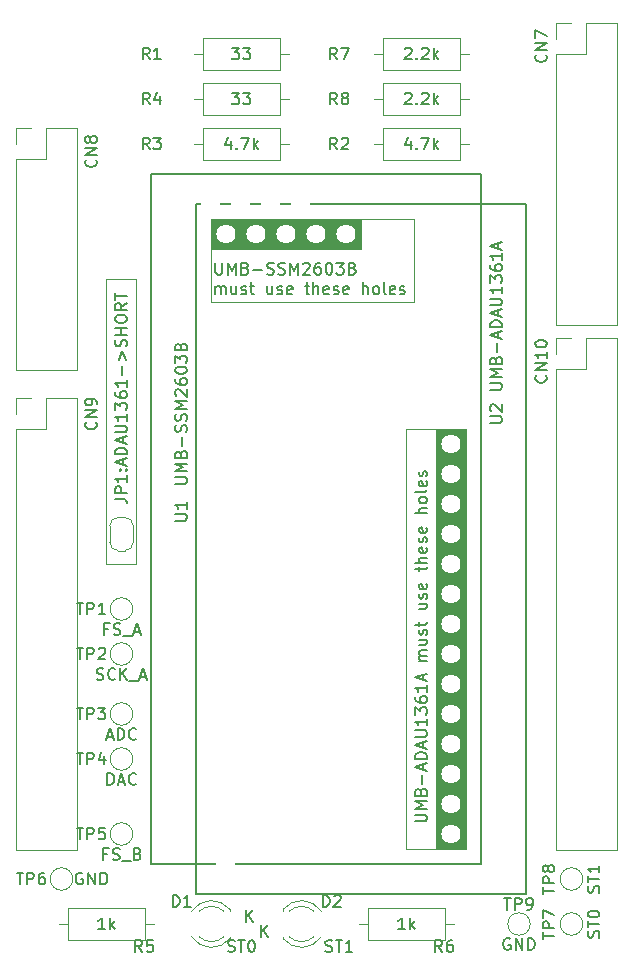
<source format=gto>
G04 #@! TF.GenerationSoftware,KiCad,Pcbnew,5.1.0-060a0da~80~ubuntu16.04.1*
G04 #@! TF.CreationDate,2019-03-30T07:05:20+09:00*
G04 #@! TF.ProjectId,Akashi-02,416b6173-6869-42d3-9032-2e6b69636164,rev?*
G04 #@! TF.SameCoordinates,Original*
G04 #@! TF.FileFunction,Legend,Top*
G04 #@! TF.FilePolarity,Positive*
%FSLAX46Y46*%
G04 Gerber Fmt 4.6, Leading zero omitted, Abs format (unit mm)*
G04 Created by KiCad (PCBNEW 5.1.0-060a0da~80~ubuntu16.04.1) date 2019-03-30 07:05:20*
%MOMM*%
%LPD*%
G04 APERTURE LIST*
%ADD10C,0.150000*%
%ADD11C,0.120000*%
%ADD12C,0.100000*%
%ADD13C,0.500000*%
%ADD14O,1.802000X1.802000*%
%ADD15R,1.802000X1.802000*%
%ADD16C,1.602000*%
%ADD17O,1.702000X1.702000*%
%ADD18C,1.702000*%
%ADD19C,1.626000*%
%ADD20C,1.902000*%
%ADD21R,1.902000X1.902000*%
G04 APERTURE END LIST*
D10*
X126103095Y-133167380D02*
X126103095Y-132167380D01*
X126674523Y-133167380D02*
X126245952Y-132595952D01*
X126674523Y-132167380D02*
X126103095Y-132738809D01*
X124833095Y-131897380D02*
X124833095Y-130897380D01*
X125404523Y-131897380D02*
X124975952Y-131325952D01*
X125404523Y-130897380D02*
X124833095Y-131468809D01*
X123317142Y-134389761D02*
X123460000Y-134437380D01*
X123698095Y-134437380D01*
X123793333Y-134389761D01*
X123840952Y-134342142D01*
X123888571Y-134246904D01*
X123888571Y-134151666D01*
X123840952Y-134056428D01*
X123793333Y-134008809D01*
X123698095Y-133961190D01*
X123507619Y-133913571D01*
X123412380Y-133865952D01*
X123364761Y-133818333D01*
X123317142Y-133723095D01*
X123317142Y-133627857D01*
X123364761Y-133532619D01*
X123412380Y-133485000D01*
X123507619Y-133437380D01*
X123745714Y-133437380D01*
X123888571Y-133485000D01*
X124174285Y-133437380D02*
X124745714Y-133437380D01*
X124460000Y-134437380D02*
X124460000Y-133437380D01*
X125269523Y-133437380D02*
X125364761Y-133437380D01*
X125460000Y-133485000D01*
X125507619Y-133532619D01*
X125555238Y-133627857D01*
X125602857Y-133818333D01*
X125602857Y-134056428D01*
X125555238Y-134246904D01*
X125507619Y-134342142D01*
X125460000Y-134389761D01*
X125364761Y-134437380D01*
X125269523Y-134437380D01*
X125174285Y-134389761D01*
X125126666Y-134342142D01*
X125079047Y-134246904D01*
X125031428Y-134056428D01*
X125031428Y-133818333D01*
X125079047Y-133627857D01*
X125126666Y-133532619D01*
X125174285Y-133485000D01*
X125269523Y-133437380D01*
X131572142Y-134389761D02*
X131715000Y-134437380D01*
X131953095Y-134437380D01*
X132048333Y-134389761D01*
X132095952Y-134342142D01*
X132143571Y-134246904D01*
X132143571Y-134151666D01*
X132095952Y-134056428D01*
X132048333Y-134008809D01*
X131953095Y-133961190D01*
X131762619Y-133913571D01*
X131667380Y-133865952D01*
X131619761Y-133818333D01*
X131572142Y-133723095D01*
X131572142Y-133627857D01*
X131619761Y-133532619D01*
X131667380Y-133485000D01*
X131762619Y-133437380D01*
X132000714Y-133437380D01*
X132143571Y-133485000D01*
X132429285Y-133437380D02*
X133000714Y-133437380D01*
X132715000Y-134437380D02*
X132715000Y-133437380D01*
X133857857Y-134437380D02*
X133286428Y-134437380D01*
X133572142Y-134437380D02*
X133572142Y-133437380D01*
X133476904Y-133580238D01*
X133381666Y-133675476D01*
X133286428Y-133723095D01*
D11*
X115570000Y-77470000D02*
X115570000Y-101600000D01*
X113030000Y-77470000D02*
X115570000Y-77470000D01*
X113030000Y-78740000D02*
X113030000Y-77470000D01*
X113030000Y-101600000D02*
X113030000Y-78740000D01*
X115570000Y-101600000D02*
X113030000Y-101600000D01*
X138430000Y-125730000D02*
X140970000Y-125730000D01*
X138430000Y-90170000D02*
X138430000Y-125730000D01*
X140970000Y-90170000D02*
X138430000Y-90170000D01*
X139065000Y-72390000D02*
X134620000Y-72390000D01*
X139065000Y-79375000D02*
X139065000Y-72390000D01*
X121920000Y-79375000D02*
X139065000Y-79375000D01*
X121920000Y-74930000D02*
X121920000Y-79375000D01*
D12*
G36*
X134620000Y-74930000D02*
G01*
X121920000Y-74930000D01*
X121920000Y-72390000D01*
X134620000Y-72390000D01*
X134620000Y-74930000D01*
G37*
X134620000Y-74930000D02*
X121920000Y-74930000D01*
X121920000Y-72390000D01*
X134620000Y-72390000D01*
X134620000Y-74930000D01*
D10*
X122255595Y-76097380D02*
X122255595Y-76906904D01*
X122303214Y-77002142D01*
X122350833Y-77049761D01*
X122446071Y-77097380D01*
X122636547Y-77097380D01*
X122731785Y-77049761D01*
X122779404Y-77002142D01*
X122827023Y-76906904D01*
X122827023Y-76097380D01*
X123303214Y-77097380D02*
X123303214Y-76097380D01*
X123636547Y-76811666D01*
X123969880Y-76097380D01*
X123969880Y-77097380D01*
X124779404Y-76573571D02*
X124922261Y-76621190D01*
X124969880Y-76668809D01*
X125017500Y-76764047D01*
X125017500Y-76906904D01*
X124969880Y-77002142D01*
X124922261Y-77049761D01*
X124827023Y-77097380D01*
X124446071Y-77097380D01*
X124446071Y-76097380D01*
X124779404Y-76097380D01*
X124874642Y-76145000D01*
X124922261Y-76192619D01*
X124969880Y-76287857D01*
X124969880Y-76383095D01*
X124922261Y-76478333D01*
X124874642Y-76525952D01*
X124779404Y-76573571D01*
X124446071Y-76573571D01*
X125446071Y-76716428D02*
X126207976Y-76716428D01*
X126636547Y-77049761D02*
X126779404Y-77097380D01*
X127017500Y-77097380D01*
X127112738Y-77049761D01*
X127160357Y-77002142D01*
X127207976Y-76906904D01*
X127207976Y-76811666D01*
X127160357Y-76716428D01*
X127112738Y-76668809D01*
X127017500Y-76621190D01*
X126827023Y-76573571D01*
X126731785Y-76525952D01*
X126684166Y-76478333D01*
X126636547Y-76383095D01*
X126636547Y-76287857D01*
X126684166Y-76192619D01*
X126731785Y-76145000D01*
X126827023Y-76097380D01*
X127065119Y-76097380D01*
X127207976Y-76145000D01*
X127588928Y-77049761D02*
X127731785Y-77097380D01*
X127969880Y-77097380D01*
X128065119Y-77049761D01*
X128112738Y-77002142D01*
X128160357Y-76906904D01*
X128160357Y-76811666D01*
X128112738Y-76716428D01*
X128065119Y-76668809D01*
X127969880Y-76621190D01*
X127779404Y-76573571D01*
X127684166Y-76525952D01*
X127636547Y-76478333D01*
X127588928Y-76383095D01*
X127588928Y-76287857D01*
X127636547Y-76192619D01*
X127684166Y-76145000D01*
X127779404Y-76097380D01*
X128017500Y-76097380D01*
X128160357Y-76145000D01*
X128588928Y-77097380D02*
X128588928Y-76097380D01*
X128922261Y-76811666D01*
X129255595Y-76097380D01*
X129255595Y-77097380D01*
X129684166Y-76192619D02*
X129731785Y-76145000D01*
X129827023Y-76097380D01*
X130065119Y-76097380D01*
X130160357Y-76145000D01*
X130207976Y-76192619D01*
X130255595Y-76287857D01*
X130255595Y-76383095D01*
X130207976Y-76525952D01*
X129636547Y-77097380D01*
X130255595Y-77097380D01*
X131112738Y-76097380D02*
X130922261Y-76097380D01*
X130827023Y-76145000D01*
X130779404Y-76192619D01*
X130684166Y-76335476D01*
X130636547Y-76525952D01*
X130636547Y-76906904D01*
X130684166Y-77002142D01*
X130731785Y-77049761D01*
X130827023Y-77097380D01*
X131017500Y-77097380D01*
X131112738Y-77049761D01*
X131160357Y-77002142D01*
X131207976Y-76906904D01*
X131207976Y-76668809D01*
X131160357Y-76573571D01*
X131112738Y-76525952D01*
X131017500Y-76478333D01*
X130827023Y-76478333D01*
X130731785Y-76525952D01*
X130684166Y-76573571D01*
X130636547Y-76668809D01*
X131827023Y-76097380D02*
X131922261Y-76097380D01*
X132017500Y-76145000D01*
X132065119Y-76192619D01*
X132112738Y-76287857D01*
X132160357Y-76478333D01*
X132160357Y-76716428D01*
X132112738Y-76906904D01*
X132065119Y-77002142D01*
X132017500Y-77049761D01*
X131922261Y-77097380D01*
X131827023Y-77097380D01*
X131731785Y-77049761D01*
X131684166Y-77002142D01*
X131636547Y-76906904D01*
X131588928Y-76716428D01*
X131588928Y-76478333D01*
X131636547Y-76287857D01*
X131684166Y-76192619D01*
X131731785Y-76145000D01*
X131827023Y-76097380D01*
X132493690Y-76097380D02*
X133112738Y-76097380D01*
X132779404Y-76478333D01*
X132922261Y-76478333D01*
X133017500Y-76525952D01*
X133065119Y-76573571D01*
X133112738Y-76668809D01*
X133112738Y-76906904D01*
X133065119Y-77002142D01*
X133017500Y-77049761D01*
X132922261Y-77097380D01*
X132636547Y-77097380D01*
X132541309Y-77049761D01*
X132493690Y-77002142D01*
X133874642Y-76573571D02*
X134017500Y-76621190D01*
X134065119Y-76668809D01*
X134112738Y-76764047D01*
X134112738Y-76906904D01*
X134065119Y-77002142D01*
X134017500Y-77049761D01*
X133922261Y-77097380D01*
X133541309Y-77097380D01*
X133541309Y-76097380D01*
X133874642Y-76097380D01*
X133969880Y-76145000D01*
X134017500Y-76192619D01*
X134065119Y-76287857D01*
X134065119Y-76383095D01*
X134017500Y-76478333D01*
X133969880Y-76525952D01*
X133874642Y-76573571D01*
X133541309Y-76573571D01*
X122255595Y-78747380D02*
X122255595Y-78080714D01*
X122255595Y-78175952D02*
X122303214Y-78128333D01*
X122398452Y-78080714D01*
X122541309Y-78080714D01*
X122636547Y-78128333D01*
X122684166Y-78223571D01*
X122684166Y-78747380D01*
X122684166Y-78223571D02*
X122731785Y-78128333D01*
X122827023Y-78080714D01*
X122969880Y-78080714D01*
X123065119Y-78128333D01*
X123112738Y-78223571D01*
X123112738Y-78747380D01*
X124017500Y-78080714D02*
X124017500Y-78747380D01*
X123588928Y-78080714D02*
X123588928Y-78604523D01*
X123636547Y-78699761D01*
X123731785Y-78747380D01*
X123874642Y-78747380D01*
X123969880Y-78699761D01*
X124017500Y-78652142D01*
X124446071Y-78699761D02*
X124541309Y-78747380D01*
X124731785Y-78747380D01*
X124827023Y-78699761D01*
X124874642Y-78604523D01*
X124874642Y-78556904D01*
X124827023Y-78461666D01*
X124731785Y-78414047D01*
X124588928Y-78414047D01*
X124493690Y-78366428D01*
X124446071Y-78271190D01*
X124446071Y-78223571D01*
X124493690Y-78128333D01*
X124588928Y-78080714D01*
X124731785Y-78080714D01*
X124827023Y-78128333D01*
X125160357Y-78080714D02*
X125541309Y-78080714D01*
X125303214Y-77747380D02*
X125303214Y-78604523D01*
X125350833Y-78699761D01*
X125446071Y-78747380D01*
X125541309Y-78747380D01*
X127065119Y-78080714D02*
X127065119Y-78747380D01*
X126636547Y-78080714D02*
X126636547Y-78604523D01*
X126684166Y-78699761D01*
X126779404Y-78747380D01*
X126922261Y-78747380D01*
X127017500Y-78699761D01*
X127065119Y-78652142D01*
X127493690Y-78699761D02*
X127588928Y-78747380D01*
X127779404Y-78747380D01*
X127874642Y-78699761D01*
X127922261Y-78604523D01*
X127922261Y-78556904D01*
X127874642Y-78461666D01*
X127779404Y-78414047D01*
X127636547Y-78414047D01*
X127541309Y-78366428D01*
X127493690Y-78271190D01*
X127493690Y-78223571D01*
X127541309Y-78128333D01*
X127636547Y-78080714D01*
X127779404Y-78080714D01*
X127874642Y-78128333D01*
X128731785Y-78699761D02*
X128636547Y-78747380D01*
X128446071Y-78747380D01*
X128350833Y-78699761D01*
X128303214Y-78604523D01*
X128303214Y-78223571D01*
X128350833Y-78128333D01*
X128446071Y-78080714D01*
X128636547Y-78080714D01*
X128731785Y-78128333D01*
X128779404Y-78223571D01*
X128779404Y-78318809D01*
X128303214Y-78414047D01*
X129827023Y-78080714D02*
X130207976Y-78080714D01*
X129969880Y-77747380D02*
X129969880Y-78604523D01*
X130017500Y-78699761D01*
X130112738Y-78747380D01*
X130207976Y-78747380D01*
X130541309Y-78747380D02*
X130541309Y-77747380D01*
X130969880Y-78747380D02*
X130969880Y-78223571D01*
X130922261Y-78128333D01*
X130827023Y-78080714D01*
X130684166Y-78080714D01*
X130588928Y-78128333D01*
X130541309Y-78175952D01*
X131827023Y-78699761D02*
X131731785Y-78747380D01*
X131541309Y-78747380D01*
X131446071Y-78699761D01*
X131398452Y-78604523D01*
X131398452Y-78223571D01*
X131446071Y-78128333D01*
X131541309Y-78080714D01*
X131731785Y-78080714D01*
X131827023Y-78128333D01*
X131874642Y-78223571D01*
X131874642Y-78318809D01*
X131398452Y-78414047D01*
X132255595Y-78699761D02*
X132350833Y-78747380D01*
X132541309Y-78747380D01*
X132636547Y-78699761D01*
X132684166Y-78604523D01*
X132684166Y-78556904D01*
X132636547Y-78461666D01*
X132541309Y-78414047D01*
X132398452Y-78414047D01*
X132303214Y-78366428D01*
X132255595Y-78271190D01*
X132255595Y-78223571D01*
X132303214Y-78128333D01*
X132398452Y-78080714D01*
X132541309Y-78080714D01*
X132636547Y-78128333D01*
X133493690Y-78699761D02*
X133398452Y-78747380D01*
X133207976Y-78747380D01*
X133112738Y-78699761D01*
X133065119Y-78604523D01*
X133065119Y-78223571D01*
X133112738Y-78128333D01*
X133207976Y-78080714D01*
X133398452Y-78080714D01*
X133493690Y-78128333D01*
X133541309Y-78223571D01*
X133541309Y-78318809D01*
X133065119Y-78414047D01*
X134731785Y-78747380D02*
X134731785Y-77747380D01*
X135160357Y-78747380D02*
X135160357Y-78223571D01*
X135112738Y-78128333D01*
X135017500Y-78080714D01*
X134874642Y-78080714D01*
X134779404Y-78128333D01*
X134731785Y-78175952D01*
X135779404Y-78747380D02*
X135684166Y-78699761D01*
X135636547Y-78652142D01*
X135588928Y-78556904D01*
X135588928Y-78271190D01*
X135636547Y-78175952D01*
X135684166Y-78128333D01*
X135779404Y-78080714D01*
X135922261Y-78080714D01*
X136017500Y-78128333D01*
X136065119Y-78175952D01*
X136112738Y-78271190D01*
X136112738Y-78556904D01*
X136065119Y-78652142D01*
X136017500Y-78699761D01*
X135922261Y-78747380D01*
X135779404Y-78747380D01*
X136684166Y-78747380D02*
X136588928Y-78699761D01*
X136541309Y-78604523D01*
X136541309Y-77747380D01*
X137446071Y-78699761D02*
X137350833Y-78747380D01*
X137160357Y-78747380D01*
X137065119Y-78699761D01*
X137017500Y-78604523D01*
X137017500Y-78223571D01*
X137065119Y-78128333D01*
X137160357Y-78080714D01*
X137350833Y-78080714D01*
X137446071Y-78128333D01*
X137493690Y-78223571D01*
X137493690Y-78318809D01*
X137017500Y-78414047D01*
X137874642Y-78699761D02*
X137969880Y-78747380D01*
X138160357Y-78747380D01*
X138255595Y-78699761D01*
X138303214Y-78604523D01*
X138303214Y-78556904D01*
X138255595Y-78461666D01*
X138160357Y-78414047D01*
X138017500Y-78414047D01*
X137922261Y-78366428D01*
X137874642Y-78271190D01*
X137874642Y-78223571D01*
X137922261Y-78128333D01*
X138017500Y-78080714D01*
X138160357Y-78080714D01*
X138255595Y-78128333D01*
X139152380Y-123394523D02*
X139961904Y-123394523D01*
X140057142Y-123346904D01*
X140104761Y-123299285D01*
X140152380Y-123204047D01*
X140152380Y-123013571D01*
X140104761Y-122918333D01*
X140057142Y-122870714D01*
X139961904Y-122823095D01*
X139152380Y-122823095D01*
X140152380Y-122346904D02*
X139152380Y-122346904D01*
X139866666Y-122013571D01*
X139152380Y-121680238D01*
X140152380Y-121680238D01*
X139628571Y-120870714D02*
X139676190Y-120727857D01*
X139723809Y-120680238D01*
X139819047Y-120632619D01*
X139961904Y-120632619D01*
X140057142Y-120680238D01*
X140104761Y-120727857D01*
X140152380Y-120823095D01*
X140152380Y-121204047D01*
X139152380Y-121204047D01*
X139152380Y-120870714D01*
X139200000Y-120775476D01*
X139247619Y-120727857D01*
X139342857Y-120680238D01*
X139438095Y-120680238D01*
X139533333Y-120727857D01*
X139580952Y-120775476D01*
X139628571Y-120870714D01*
X139628571Y-121204047D01*
X139771428Y-120204047D02*
X139771428Y-119442142D01*
X139866666Y-119013571D02*
X139866666Y-118537380D01*
X140152380Y-119108809D02*
X139152380Y-118775476D01*
X140152380Y-118442142D01*
X140152380Y-118108809D02*
X139152380Y-118108809D01*
X139152380Y-117870714D01*
X139200000Y-117727857D01*
X139295238Y-117632619D01*
X139390476Y-117585000D01*
X139580952Y-117537380D01*
X139723809Y-117537380D01*
X139914285Y-117585000D01*
X140009523Y-117632619D01*
X140104761Y-117727857D01*
X140152380Y-117870714D01*
X140152380Y-118108809D01*
X139866666Y-117156428D02*
X139866666Y-116680238D01*
X140152380Y-117251666D02*
X139152380Y-116918333D01*
X140152380Y-116585000D01*
X139152380Y-116251666D02*
X139961904Y-116251666D01*
X140057142Y-116204047D01*
X140104761Y-116156428D01*
X140152380Y-116061190D01*
X140152380Y-115870714D01*
X140104761Y-115775476D01*
X140057142Y-115727857D01*
X139961904Y-115680238D01*
X139152380Y-115680238D01*
X140152380Y-114680238D02*
X140152380Y-115251666D01*
X140152380Y-114965952D02*
X139152380Y-114965952D01*
X139295238Y-115061190D01*
X139390476Y-115156428D01*
X139438095Y-115251666D01*
X139152380Y-114346904D02*
X139152380Y-113727857D01*
X139533333Y-114061190D01*
X139533333Y-113918333D01*
X139580952Y-113823095D01*
X139628571Y-113775476D01*
X139723809Y-113727857D01*
X139961904Y-113727857D01*
X140057142Y-113775476D01*
X140104761Y-113823095D01*
X140152380Y-113918333D01*
X140152380Y-114204047D01*
X140104761Y-114299285D01*
X140057142Y-114346904D01*
X139152380Y-112870714D02*
X139152380Y-113061190D01*
X139200000Y-113156428D01*
X139247619Y-113204047D01*
X139390476Y-113299285D01*
X139580952Y-113346904D01*
X139961904Y-113346904D01*
X140057142Y-113299285D01*
X140104761Y-113251666D01*
X140152380Y-113156428D01*
X140152380Y-112965952D01*
X140104761Y-112870714D01*
X140057142Y-112823095D01*
X139961904Y-112775476D01*
X139723809Y-112775476D01*
X139628571Y-112823095D01*
X139580952Y-112870714D01*
X139533333Y-112965952D01*
X139533333Y-113156428D01*
X139580952Y-113251666D01*
X139628571Y-113299285D01*
X139723809Y-113346904D01*
X140152380Y-111823095D02*
X140152380Y-112394523D01*
X140152380Y-112108809D02*
X139152380Y-112108809D01*
X139295238Y-112204047D01*
X139390476Y-112299285D01*
X139438095Y-112394523D01*
X139866666Y-111442142D02*
X139866666Y-110965952D01*
X140152380Y-111537380D02*
X139152380Y-111204047D01*
X140152380Y-110870714D01*
X140152380Y-109775476D02*
X139485714Y-109775476D01*
X139580952Y-109775476D02*
X139533333Y-109727857D01*
X139485714Y-109632619D01*
X139485714Y-109489761D01*
X139533333Y-109394523D01*
X139628571Y-109346904D01*
X140152380Y-109346904D01*
X139628571Y-109346904D02*
X139533333Y-109299285D01*
X139485714Y-109204047D01*
X139485714Y-109061190D01*
X139533333Y-108965952D01*
X139628571Y-108918333D01*
X140152380Y-108918333D01*
X139485714Y-108013571D02*
X140152380Y-108013571D01*
X139485714Y-108442142D02*
X140009523Y-108442142D01*
X140104761Y-108394523D01*
X140152380Y-108299285D01*
X140152380Y-108156428D01*
X140104761Y-108061190D01*
X140057142Y-108013571D01*
X140104761Y-107585000D02*
X140152380Y-107489761D01*
X140152380Y-107299285D01*
X140104761Y-107204047D01*
X140009523Y-107156428D01*
X139961904Y-107156428D01*
X139866666Y-107204047D01*
X139819047Y-107299285D01*
X139819047Y-107442142D01*
X139771428Y-107537380D01*
X139676190Y-107585000D01*
X139628571Y-107585000D01*
X139533333Y-107537380D01*
X139485714Y-107442142D01*
X139485714Y-107299285D01*
X139533333Y-107204047D01*
X139485714Y-106870714D02*
X139485714Y-106489761D01*
X139152380Y-106727857D02*
X140009523Y-106727857D01*
X140104761Y-106680238D01*
X140152380Y-106585000D01*
X140152380Y-106489761D01*
X139485714Y-104965952D02*
X140152380Y-104965952D01*
X139485714Y-105394523D02*
X140009523Y-105394523D01*
X140104761Y-105346904D01*
X140152380Y-105251666D01*
X140152380Y-105108809D01*
X140104761Y-105013571D01*
X140057142Y-104965952D01*
X140104761Y-104537380D02*
X140152380Y-104442142D01*
X140152380Y-104251666D01*
X140104761Y-104156428D01*
X140009523Y-104108809D01*
X139961904Y-104108809D01*
X139866666Y-104156428D01*
X139819047Y-104251666D01*
X139819047Y-104394523D01*
X139771428Y-104489761D01*
X139676190Y-104537380D01*
X139628571Y-104537380D01*
X139533333Y-104489761D01*
X139485714Y-104394523D01*
X139485714Y-104251666D01*
X139533333Y-104156428D01*
X140104761Y-103299285D02*
X140152380Y-103394523D01*
X140152380Y-103585000D01*
X140104761Y-103680238D01*
X140009523Y-103727857D01*
X139628571Y-103727857D01*
X139533333Y-103680238D01*
X139485714Y-103585000D01*
X139485714Y-103394523D01*
X139533333Y-103299285D01*
X139628571Y-103251666D01*
X139723809Y-103251666D01*
X139819047Y-103727857D01*
X139485714Y-102204047D02*
X139485714Y-101823095D01*
X139152380Y-102061190D02*
X140009523Y-102061190D01*
X140104761Y-102013571D01*
X140152380Y-101918333D01*
X140152380Y-101823095D01*
X140152380Y-101489761D02*
X139152380Y-101489761D01*
X140152380Y-101061190D02*
X139628571Y-101061190D01*
X139533333Y-101108809D01*
X139485714Y-101204047D01*
X139485714Y-101346904D01*
X139533333Y-101442142D01*
X139580952Y-101489761D01*
X140104761Y-100204047D02*
X140152380Y-100299285D01*
X140152380Y-100489761D01*
X140104761Y-100585000D01*
X140009523Y-100632619D01*
X139628571Y-100632619D01*
X139533333Y-100585000D01*
X139485714Y-100489761D01*
X139485714Y-100299285D01*
X139533333Y-100204047D01*
X139628571Y-100156428D01*
X139723809Y-100156428D01*
X139819047Y-100632619D01*
X140104761Y-99775476D02*
X140152380Y-99680238D01*
X140152380Y-99489761D01*
X140104761Y-99394523D01*
X140009523Y-99346904D01*
X139961904Y-99346904D01*
X139866666Y-99394523D01*
X139819047Y-99489761D01*
X139819047Y-99632619D01*
X139771428Y-99727857D01*
X139676190Y-99775476D01*
X139628571Y-99775476D01*
X139533333Y-99727857D01*
X139485714Y-99632619D01*
X139485714Y-99489761D01*
X139533333Y-99394523D01*
X140104761Y-98537380D02*
X140152380Y-98632619D01*
X140152380Y-98823095D01*
X140104761Y-98918333D01*
X140009523Y-98965952D01*
X139628571Y-98965952D01*
X139533333Y-98918333D01*
X139485714Y-98823095D01*
X139485714Y-98632619D01*
X139533333Y-98537380D01*
X139628571Y-98489761D01*
X139723809Y-98489761D01*
X139819047Y-98965952D01*
X140152380Y-97299285D02*
X139152380Y-97299285D01*
X140152380Y-96870714D02*
X139628571Y-96870714D01*
X139533333Y-96918333D01*
X139485714Y-97013571D01*
X139485714Y-97156428D01*
X139533333Y-97251666D01*
X139580952Y-97299285D01*
X140152380Y-96251666D02*
X140104761Y-96346904D01*
X140057142Y-96394523D01*
X139961904Y-96442142D01*
X139676190Y-96442142D01*
X139580952Y-96394523D01*
X139533333Y-96346904D01*
X139485714Y-96251666D01*
X139485714Y-96108809D01*
X139533333Y-96013571D01*
X139580952Y-95965952D01*
X139676190Y-95918333D01*
X139961904Y-95918333D01*
X140057142Y-95965952D01*
X140104761Y-96013571D01*
X140152380Y-96108809D01*
X140152380Y-96251666D01*
X140152380Y-95346904D02*
X140104761Y-95442142D01*
X140009523Y-95489761D01*
X139152380Y-95489761D01*
X140104761Y-94585000D02*
X140152380Y-94680238D01*
X140152380Y-94870714D01*
X140104761Y-94965952D01*
X140009523Y-95013571D01*
X139628571Y-95013571D01*
X139533333Y-94965952D01*
X139485714Y-94870714D01*
X139485714Y-94680238D01*
X139533333Y-94585000D01*
X139628571Y-94537380D01*
X139723809Y-94537380D01*
X139819047Y-95013571D01*
X140104761Y-94156428D02*
X140152380Y-94061190D01*
X140152380Y-93870714D01*
X140104761Y-93775476D01*
X140009523Y-93727857D01*
X139961904Y-93727857D01*
X139866666Y-93775476D01*
X139819047Y-93870714D01*
X139819047Y-94013571D01*
X139771428Y-94108809D01*
X139676190Y-94156428D01*
X139628571Y-94156428D01*
X139533333Y-94108809D01*
X139485714Y-94013571D01*
X139485714Y-93870714D01*
X139533333Y-93775476D01*
D12*
G36*
X143510000Y-125730000D02*
G01*
X140970000Y-125730000D01*
X140970000Y-90170000D01*
X143510000Y-90170000D01*
X143510000Y-125730000D01*
G37*
X143510000Y-125730000D02*
X140970000Y-125730000D01*
X140970000Y-90170000D01*
X143510000Y-90170000D01*
X143510000Y-125730000D01*
D10*
X114657142Y-93644404D02*
X114704761Y-93596785D01*
X114752380Y-93644404D01*
X114704761Y-93692023D01*
X114657142Y-93644404D01*
X114752380Y-93644404D01*
X114133333Y-93644404D02*
X114180952Y-93596785D01*
X114228571Y-93644404D01*
X114180952Y-93692023D01*
X114133333Y-93644404D01*
X114228571Y-93644404D01*
X114466666Y-93215833D02*
X114466666Y-92739642D01*
X114752380Y-93311071D02*
X113752380Y-92977738D01*
X114752380Y-92644404D01*
X114752380Y-92311071D02*
X113752380Y-92311071D01*
X113752380Y-92072976D01*
X113800000Y-91930119D01*
X113895238Y-91834880D01*
X113990476Y-91787261D01*
X114180952Y-91739642D01*
X114323809Y-91739642D01*
X114514285Y-91787261D01*
X114609523Y-91834880D01*
X114704761Y-91930119D01*
X114752380Y-92072976D01*
X114752380Y-92311071D01*
X114466666Y-91358690D02*
X114466666Y-90882500D01*
X114752380Y-91453928D02*
X113752380Y-91120595D01*
X114752380Y-90787261D01*
X113752380Y-90453928D02*
X114561904Y-90453928D01*
X114657142Y-90406309D01*
X114704761Y-90358690D01*
X114752380Y-90263452D01*
X114752380Y-90072976D01*
X114704761Y-89977738D01*
X114657142Y-89930119D01*
X114561904Y-89882500D01*
X113752380Y-89882500D01*
X114752380Y-88882500D02*
X114752380Y-89453928D01*
X114752380Y-89168214D02*
X113752380Y-89168214D01*
X113895238Y-89263452D01*
X113990476Y-89358690D01*
X114038095Y-89453928D01*
X113752380Y-88549166D02*
X113752380Y-87930119D01*
X114133333Y-88263452D01*
X114133333Y-88120595D01*
X114180952Y-88025357D01*
X114228571Y-87977738D01*
X114323809Y-87930119D01*
X114561904Y-87930119D01*
X114657142Y-87977738D01*
X114704761Y-88025357D01*
X114752380Y-88120595D01*
X114752380Y-88406309D01*
X114704761Y-88501547D01*
X114657142Y-88549166D01*
X113752380Y-87072976D02*
X113752380Y-87263452D01*
X113800000Y-87358690D01*
X113847619Y-87406309D01*
X113990476Y-87501547D01*
X114180952Y-87549166D01*
X114561904Y-87549166D01*
X114657142Y-87501547D01*
X114704761Y-87453928D01*
X114752380Y-87358690D01*
X114752380Y-87168214D01*
X114704761Y-87072976D01*
X114657142Y-87025357D01*
X114561904Y-86977738D01*
X114323809Y-86977738D01*
X114228571Y-87025357D01*
X114180952Y-87072976D01*
X114133333Y-87168214D01*
X114133333Y-87358690D01*
X114180952Y-87453928D01*
X114228571Y-87501547D01*
X114323809Y-87549166D01*
X114752380Y-86025357D02*
X114752380Y-86596785D01*
X114752380Y-86311071D02*
X113752380Y-86311071D01*
X113895238Y-86406309D01*
X113990476Y-86501547D01*
X114038095Y-86596785D01*
X114371428Y-85596785D02*
X114371428Y-84834880D01*
X114085714Y-84358690D02*
X114371428Y-83596785D01*
X114657142Y-84358690D01*
X114704761Y-83168214D02*
X114752380Y-83025357D01*
X114752380Y-82787261D01*
X114704761Y-82692023D01*
X114657142Y-82644404D01*
X114561904Y-82596785D01*
X114466666Y-82596785D01*
X114371428Y-82644404D01*
X114323809Y-82692023D01*
X114276190Y-82787261D01*
X114228571Y-82977738D01*
X114180952Y-83072976D01*
X114133333Y-83120595D01*
X114038095Y-83168214D01*
X113942857Y-83168214D01*
X113847619Y-83120595D01*
X113800000Y-83072976D01*
X113752380Y-82977738D01*
X113752380Y-82739642D01*
X113800000Y-82596785D01*
X114752380Y-82168214D02*
X113752380Y-82168214D01*
X114228571Y-82168214D02*
X114228571Y-81596785D01*
X114752380Y-81596785D02*
X113752380Y-81596785D01*
X113752380Y-80930119D02*
X113752380Y-80739642D01*
X113800000Y-80644404D01*
X113895238Y-80549166D01*
X114085714Y-80501547D01*
X114419047Y-80501547D01*
X114609523Y-80549166D01*
X114704761Y-80644404D01*
X114752380Y-80739642D01*
X114752380Y-80930119D01*
X114704761Y-81025357D01*
X114609523Y-81120595D01*
X114419047Y-81168214D01*
X114085714Y-81168214D01*
X113895238Y-81120595D01*
X113800000Y-81025357D01*
X113752380Y-80930119D01*
X114752380Y-79501547D02*
X114276190Y-79834880D01*
X114752380Y-80072976D02*
X113752380Y-80072976D01*
X113752380Y-79692023D01*
X113800000Y-79596785D01*
X113847619Y-79549166D01*
X113942857Y-79501547D01*
X114085714Y-79501547D01*
X114180952Y-79549166D01*
X114228571Y-79596785D01*
X114276190Y-79692023D01*
X114276190Y-80072976D01*
X113752380Y-79215833D02*
X113752380Y-78644404D01*
X114752380Y-78930119D02*
X113752380Y-78930119D01*
D11*
X113300000Y-98360000D02*
G75*
G02X114000000Y-97660000I700000J0D01*
G01*
X114600000Y-97660000D02*
G75*
G02X115300000Y-98360000I0J-700000D01*
G01*
X115300000Y-99760000D02*
G75*
G02X114600000Y-100460000I-700000J0D01*
G01*
X114000000Y-100460000D02*
G75*
G02X113300000Y-99760000I0J700000D01*
G01*
X114600000Y-100460000D02*
X114000000Y-100460000D01*
X115300000Y-98360000D02*
X115300000Y-99760000D01*
X114000000Y-97660000D02*
X114600000Y-97660000D01*
X113300000Y-99760000D02*
X113300000Y-98360000D01*
X151070000Y-55820000D02*
X152400000Y-55820000D01*
X151070000Y-57150000D02*
X151070000Y-55820000D01*
X153670000Y-55820000D02*
X156270000Y-55820000D01*
X153670000Y-58420000D02*
X153670000Y-55820000D01*
X151070000Y-58420000D02*
X153670000Y-58420000D01*
X156270000Y-55820000D02*
X156270000Y-81340000D01*
X151070000Y-58420000D02*
X151070000Y-81340000D01*
X151070000Y-81340000D02*
X156270000Y-81340000D01*
X115250000Y-114300000D02*
G75*
G03X115250000Y-114300000I-950000J0D01*
G01*
X151070000Y-82490000D02*
X152400000Y-82490000D01*
X151070000Y-83820000D02*
X151070000Y-82490000D01*
X153670000Y-82490000D02*
X156270000Y-82490000D01*
X153670000Y-85090000D02*
X153670000Y-82490000D01*
X151070000Y-85090000D02*
X153670000Y-85090000D01*
X156270000Y-82490000D02*
X156270000Y-125790000D01*
X151070000Y-85090000D02*
X151070000Y-125790000D01*
X151070000Y-125790000D02*
X156270000Y-125790000D01*
X105350000Y-87570000D02*
X106680000Y-87570000D01*
X105350000Y-88900000D02*
X105350000Y-87570000D01*
X107950000Y-87570000D02*
X110550000Y-87570000D01*
X107950000Y-90170000D02*
X107950000Y-87570000D01*
X105350000Y-90170000D02*
X107950000Y-90170000D01*
X110550000Y-87570000D02*
X110550000Y-125790000D01*
X105350000Y-90170000D02*
X105350000Y-125790000D01*
X105350000Y-125790000D02*
X110550000Y-125790000D01*
X105350000Y-64710000D02*
X106680000Y-64710000D01*
X105350000Y-66040000D02*
X105350000Y-64710000D01*
X107950000Y-64710000D02*
X110550000Y-64710000D01*
X107950000Y-67310000D02*
X107950000Y-64710000D01*
X105350000Y-67310000D02*
X107950000Y-67310000D01*
X110550000Y-64710000D02*
X110550000Y-85150000D01*
X105350000Y-67310000D02*
X105350000Y-85150000D01*
X105350000Y-85150000D02*
X110550000Y-85150000D01*
X120420000Y-58420000D02*
X121190000Y-58420000D01*
X128500000Y-58420000D02*
X127730000Y-58420000D01*
X121190000Y-59790000D02*
X127730000Y-59790000D01*
X121190000Y-57050000D02*
X121190000Y-59790000D01*
X127730000Y-57050000D02*
X121190000Y-57050000D01*
X127730000Y-59790000D02*
X127730000Y-57050000D01*
X128500000Y-66040000D02*
X127730000Y-66040000D01*
X120420000Y-66040000D02*
X121190000Y-66040000D01*
X127730000Y-64670000D02*
X121190000Y-64670000D01*
X127730000Y-67410000D02*
X127730000Y-64670000D01*
X121190000Y-67410000D02*
X127730000Y-67410000D01*
X121190000Y-64670000D02*
X121190000Y-67410000D01*
X121190000Y-60860000D02*
X121190000Y-63600000D01*
X121190000Y-63600000D02*
X127730000Y-63600000D01*
X127730000Y-63600000D02*
X127730000Y-60860000D01*
X127730000Y-60860000D02*
X121190000Y-60860000D01*
X120420000Y-62230000D02*
X121190000Y-62230000D01*
X128500000Y-62230000D02*
X127730000Y-62230000D01*
X109760000Y-130710000D02*
X109760000Y-133450000D01*
X109760000Y-133450000D02*
X116300000Y-133450000D01*
X116300000Y-133450000D02*
X116300000Y-130710000D01*
X116300000Y-130710000D02*
X109760000Y-130710000D01*
X108990000Y-132080000D02*
X109760000Y-132080000D01*
X117070000Y-132080000D02*
X116300000Y-132080000D01*
X141700000Y-133450000D02*
X141700000Y-130710000D01*
X141700000Y-130710000D02*
X135160000Y-130710000D01*
X135160000Y-130710000D02*
X135160000Y-133450000D01*
X135160000Y-133450000D02*
X141700000Y-133450000D01*
X142470000Y-132080000D02*
X141700000Y-132080000D01*
X134390000Y-132080000D02*
X135160000Y-132080000D01*
X143740000Y-58420000D02*
X142970000Y-58420000D01*
X135660000Y-58420000D02*
X136430000Y-58420000D01*
X142970000Y-57050000D02*
X136430000Y-57050000D01*
X142970000Y-59790000D02*
X142970000Y-57050000D01*
X136430000Y-59790000D02*
X142970000Y-59790000D01*
X136430000Y-57050000D02*
X136430000Y-59790000D01*
X115250000Y-105410000D02*
G75*
G03X115250000Y-105410000I-950000J0D01*
G01*
X115250000Y-109220000D02*
G75*
G03X115250000Y-109220000I-950000J0D01*
G01*
X115250000Y-118110000D02*
G75*
G03X115250000Y-118110000I-950000J0D01*
G01*
X115250000Y-124460000D02*
G75*
G03X115250000Y-124460000I-950000J0D01*
G01*
X110170000Y-128270000D02*
G75*
G03X110170000Y-128270000I-950000J0D01*
G01*
D10*
X148590000Y-71120000D02*
X148590000Y-129540000D01*
X120650000Y-71120000D02*
X148590000Y-71120000D01*
X120650000Y-129540000D02*
X120650000Y-71120000D01*
X148590000Y-129540000D02*
X120650000Y-129540000D01*
D11*
X153350000Y-132080000D02*
G75*
G03X153350000Y-132080000I-950000J0D01*
G01*
X153350000Y-128270000D02*
G75*
G03X153350000Y-128270000I-950000J0D01*
G01*
X120878870Y-131000163D02*
G75*
G02X122960961Y-131000000I1041130J-1079837D01*
G01*
X120878870Y-133159837D02*
G75*
G03X122960961Y-133160000I1041130J1079837D01*
G01*
X120247665Y-131001392D02*
G75*
G02X123480000Y-130844484I1672335J-1078608D01*
G01*
X120247665Y-133158608D02*
G75*
G03X123480000Y-133315516I1672335J1078608D01*
G01*
X123480000Y-131000000D02*
X123480000Y-130844000D01*
X123480000Y-133316000D02*
X123480000Y-133160000D01*
X127980000Y-130844000D02*
X127980000Y-131000000D01*
X127980000Y-133160000D02*
X127980000Y-133316000D01*
X131212335Y-131001392D02*
G75*
G03X127980000Y-130844484I-1672335J-1078608D01*
G01*
X131212335Y-133158608D02*
G75*
G02X127980000Y-133315516I-1672335J1078608D01*
G01*
X130581130Y-131000163D02*
G75*
G03X128499039Y-131000000I-1041130J-1079837D01*
G01*
X130581130Y-133159837D02*
G75*
G02X128499039Y-133160000I-1041130J1079837D01*
G01*
X136430000Y-60860000D02*
X136430000Y-63600000D01*
X136430000Y-63600000D02*
X142970000Y-63600000D01*
X142970000Y-63600000D02*
X142970000Y-60860000D01*
X142970000Y-60860000D02*
X136430000Y-60860000D01*
X135660000Y-62230000D02*
X136430000Y-62230000D01*
X143740000Y-62230000D02*
X142970000Y-62230000D01*
X136430000Y-64670000D02*
X136430000Y-67410000D01*
X136430000Y-67410000D02*
X142970000Y-67410000D01*
X142970000Y-67410000D02*
X142970000Y-64670000D01*
X142970000Y-64670000D02*
X136430000Y-64670000D01*
X135660000Y-66040000D02*
X136430000Y-66040000D01*
X143740000Y-66040000D02*
X142970000Y-66040000D01*
D10*
X144780000Y-68580000D02*
X144780000Y-127000000D01*
X116840000Y-68580000D02*
X144780000Y-68580000D01*
X116840000Y-127000000D02*
X116840000Y-68580000D01*
X144780000Y-127000000D02*
X116840000Y-127000000D01*
D11*
X148905000Y-132080000D02*
G75*
G03X148905000Y-132080000I-950000J0D01*
G01*
D10*
X113752380Y-96083333D02*
X114466666Y-96083333D01*
X114609523Y-96130952D01*
X114704761Y-96226190D01*
X114752380Y-96369047D01*
X114752380Y-96464285D01*
X114752380Y-95607142D02*
X113752380Y-95607142D01*
X113752380Y-95226190D01*
X113800000Y-95130952D01*
X113847619Y-95083333D01*
X113942857Y-95035714D01*
X114085714Y-95035714D01*
X114180952Y-95083333D01*
X114228571Y-95130952D01*
X114276190Y-95226190D01*
X114276190Y-95607142D01*
X114752380Y-94083333D02*
X114752380Y-94654761D01*
X114752380Y-94369047D02*
X113752380Y-94369047D01*
X113895238Y-94464285D01*
X113990476Y-94559523D01*
X114038095Y-94654761D01*
X150217142Y-58475476D02*
X150264761Y-58523095D01*
X150312380Y-58665952D01*
X150312380Y-58761190D01*
X150264761Y-58904047D01*
X150169523Y-58999285D01*
X150074285Y-59046904D01*
X149883809Y-59094523D01*
X149740952Y-59094523D01*
X149550476Y-59046904D01*
X149455238Y-58999285D01*
X149360000Y-58904047D01*
X149312380Y-58761190D01*
X149312380Y-58665952D01*
X149360000Y-58523095D01*
X149407619Y-58475476D01*
X150312380Y-58046904D02*
X149312380Y-58046904D01*
X150312380Y-57475476D01*
X149312380Y-57475476D01*
X149312380Y-57094523D02*
X149312380Y-56427857D01*
X150312380Y-56856428D01*
X110498095Y-113752380D02*
X111069523Y-113752380D01*
X110783809Y-114752380D02*
X110783809Y-113752380D01*
X111402857Y-114752380D02*
X111402857Y-113752380D01*
X111783809Y-113752380D01*
X111879047Y-113800000D01*
X111926666Y-113847619D01*
X111974285Y-113942857D01*
X111974285Y-114085714D01*
X111926666Y-114180952D01*
X111879047Y-114228571D01*
X111783809Y-114276190D01*
X111402857Y-114276190D01*
X112307619Y-113752380D02*
X112926666Y-113752380D01*
X112593333Y-114133333D01*
X112736190Y-114133333D01*
X112831428Y-114180952D01*
X112879047Y-114228571D01*
X112926666Y-114323809D01*
X112926666Y-114561904D01*
X112879047Y-114657142D01*
X112831428Y-114704761D01*
X112736190Y-114752380D01*
X112450476Y-114752380D01*
X112355238Y-114704761D01*
X112307619Y-114657142D01*
X113061904Y-116216666D02*
X113538095Y-116216666D01*
X112966666Y-116502380D02*
X113300000Y-115502380D01*
X113633333Y-116502380D01*
X113966666Y-116502380D02*
X113966666Y-115502380D01*
X114204761Y-115502380D01*
X114347619Y-115550000D01*
X114442857Y-115645238D01*
X114490476Y-115740476D01*
X114538095Y-115930952D01*
X114538095Y-116073809D01*
X114490476Y-116264285D01*
X114442857Y-116359523D01*
X114347619Y-116454761D01*
X114204761Y-116502380D01*
X113966666Y-116502380D01*
X115538095Y-116407142D02*
X115490476Y-116454761D01*
X115347619Y-116502380D01*
X115252380Y-116502380D01*
X115109523Y-116454761D01*
X115014285Y-116359523D01*
X114966666Y-116264285D01*
X114919047Y-116073809D01*
X114919047Y-115930952D01*
X114966666Y-115740476D01*
X115014285Y-115645238D01*
X115109523Y-115550000D01*
X115252380Y-115502380D01*
X115347619Y-115502380D01*
X115490476Y-115550000D01*
X115538095Y-115597619D01*
X150217142Y-85621666D02*
X150264761Y-85669285D01*
X150312380Y-85812142D01*
X150312380Y-85907380D01*
X150264761Y-86050238D01*
X150169523Y-86145476D01*
X150074285Y-86193095D01*
X149883809Y-86240714D01*
X149740952Y-86240714D01*
X149550476Y-86193095D01*
X149455238Y-86145476D01*
X149360000Y-86050238D01*
X149312380Y-85907380D01*
X149312380Y-85812142D01*
X149360000Y-85669285D01*
X149407619Y-85621666D01*
X150312380Y-85193095D02*
X149312380Y-85193095D01*
X150312380Y-84621666D01*
X149312380Y-84621666D01*
X150312380Y-83621666D02*
X150312380Y-84193095D01*
X150312380Y-83907380D02*
X149312380Y-83907380D01*
X149455238Y-84002619D01*
X149550476Y-84097857D01*
X149598095Y-84193095D01*
X149312380Y-83002619D02*
X149312380Y-82907380D01*
X149360000Y-82812142D01*
X149407619Y-82764523D01*
X149502857Y-82716904D01*
X149693333Y-82669285D01*
X149931428Y-82669285D01*
X150121904Y-82716904D01*
X150217142Y-82764523D01*
X150264761Y-82812142D01*
X150312380Y-82907380D01*
X150312380Y-83002619D01*
X150264761Y-83097857D01*
X150217142Y-83145476D01*
X150121904Y-83193095D01*
X149931428Y-83240714D01*
X149693333Y-83240714D01*
X149502857Y-83193095D01*
X149407619Y-83145476D01*
X149360000Y-83097857D01*
X149312380Y-83002619D01*
X112117142Y-89590476D02*
X112164761Y-89638095D01*
X112212380Y-89780952D01*
X112212380Y-89876190D01*
X112164761Y-90019047D01*
X112069523Y-90114285D01*
X111974285Y-90161904D01*
X111783809Y-90209523D01*
X111640952Y-90209523D01*
X111450476Y-90161904D01*
X111355238Y-90114285D01*
X111260000Y-90019047D01*
X111212380Y-89876190D01*
X111212380Y-89780952D01*
X111260000Y-89638095D01*
X111307619Y-89590476D01*
X112212380Y-89161904D02*
X111212380Y-89161904D01*
X112212380Y-88590476D01*
X111212380Y-88590476D01*
X112212380Y-88066666D02*
X112212380Y-87876190D01*
X112164761Y-87780952D01*
X112117142Y-87733333D01*
X111974285Y-87638095D01*
X111783809Y-87590476D01*
X111402857Y-87590476D01*
X111307619Y-87638095D01*
X111260000Y-87685714D01*
X111212380Y-87780952D01*
X111212380Y-87971428D01*
X111260000Y-88066666D01*
X111307619Y-88114285D01*
X111402857Y-88161904D01*
X111640952Y-88161904D01*
X111736190Y-88114285D01*
X111783809Y-88066666D01*
X111831428Y-87971428D01*
X111831428Y-87780952D01*
X111783809Y-87685714D01*
X111736190Y-87638095D01*
X111640952Y-87590476D01*
X112117142Y-67365476D02*
X112164761Y-67413095D01*
X112212380Y-67555952D01*
X112212380Y-67651190D01*
X112164761Y-67794047D01*
X112069523Y-67889285D01*
X111974285Y-67936904D01*
X111783809Y-67984523D01*
X111640952Y-67984523D01*
X111450476Y-67936904D01*
X111355238Y-67889285D01*
X111260000Y-67794047D01*
X111212380Y-67651190D01*
X111212380Y-67555952D01*
X111260000Y-67413095D01*
X111307619Y-67365476D01*
X112212380Y-66936904D02*
X111212380Y-66936904D01*
X112212380Y-66365476D01*
X111212380Y-66365476D01*
X111640952Y-65746428D02*
X111593333Y-65841666D01*
X111545714Y-65889285D01*
X111450476Y-65936904D01*
X111402857Y-65936904D01*
X111307619Y-65889285D01*
X111260000Y-65841666D01*
X111212380Y-65746428D01*
X111212380Y-65555952D01*
X111260000Y-65460714D01*
X111307619Y-65413095D01*
X111402857Y-65365476D01*
X111450476Y-65365476D01*
X111545714Y-65413095D01*
X111593333Y-65460714D01*
X111640952Y-65555952D01*
X111640952Y-65746428D01*
X111688571Y-65841666D01*
X111736190Y-65889285D01*
X111831428Y-65936904D01*
X112021904Y-65936904D01*
X112117142Y-65889285D01*
X112164761Y-65841666D01*
X112212380Y-65746428D01*
X112212380Y-65555952D01*
X112164761Y-65460714D01*
X112117142Y-65413095D01*
X112021904Y-65365476D01*
X111831428Y-65365476D01*
X111736190Y-65413095D01*
X111688571Y-65460714D01*
X111640952Y-65555952D01*
X116673333Y-58872380D02*
X116340000Y-58396190D01*
X116101904Y-58872380D02*
X116101904Y-57872380D01*
X116482857Y-57872380D01*
X116578095Y-57920000D01*
X116625714Y-57967619D01*
X116673333Y-58062857D01*
X116673333Y-58205714D01*
X116625714Y-58300952D01*
X116578095Y-58348571D01*
X116482857Y-58396190D01*
X116101904Y-58396190D01*
X117625714Y-58872380D02*
X117054285Y-58872380D01*
X117340000Y-58872380D02*
X117340000Y-57872380D01*
X117244761Y-58015238D01*
X117149523Y-58110476D01*
X117054285Y-58158095D01*
X123650476Y-57872380D02*
X124269523Y-57872380D01*
X123936190Y-58253333D01*
X124079047Y-58253333D01*
X124174285Y-58300952D01*
X124221904Y-58348571D01*
X124269523Y-58443809D01*
X124269523Y-58681904D01*
X124221904Y-58777142D01*
X124174285Y-58824761D01*
X124079047Y-58872380D01*
X123793333Y-58872380D01*
X123698095Y-58824761D01*
X123650476Y-58777142D01*
X124602857Y-57872380D02*
X125221904Y-57872380D01*
X124888571Y-58253333D01*
X125031428Y-58253333D01*
X125126666Y-58300952D01*
X125174285Y-58348571D01*
X125221904Y-58443809D01*
X125221904Y-58681904D01*
X125174285Y-58777142D01*
X125126666Y-58824761D01*
X125031428Y-58872380D01*
X124745714Y-58872380D01*
X124650476Y-58824761D01*
X124602857Y-58777142D01*
X116673333Y-66492380D02*
X116340000Y-66016190D01*
X116101904Y-66492380D02*
X116101904Y-65492380D01*
X116482857Y-65492380D01*
X116578095Y-65540000D01*
X116625714Y-65587619D01*
X116673333Y-65682857D01*
X116673333Y-65825714D01*
X116625714Y-65920952D01*
X116578095Y-65968571D01*
X116482857Y-66016190D01*
X116101904Y-66016190D01*
X117006666Y-65492380D02*
X117625714Y-65492380D01*
X117292380Y-65873333D01*
X117435238Y-65873333D01*
X117530476Y-65920952D01*
X117578095Y-65968571D01*
X117625714Y-66063809D01*
X117625714Y-66301904D01*
X117578095Y-66397142D01*
X117530476Y-66444761D01*
X117435238Y-66492380D01*
X117149523Y-66492380D01*
X117054285Y-66444761D01*
X117006666Y-66397142D01*
X123531428Y-65825714D02*
X123531428Y-66492380D01*
X123293333Y-65444761D02*
X123055238Y-66159047D01*
X123674285Y-66159047D01*
X124055238Y-66397142D02*
X124102857Y-66444761D01*
X124055238Y-66492380D01*
X124007619Y-66444761D01*
X124055238Y-66397142D01*
X124055238Y-66492380D01*
X124436190Y-65492380D02*
X125102857Y-65492380D01*
X124674285Y-66492380D01*
X125483809Y-66492380D02*
X125483809Y-65492380D01*
X125579047Y-66111428D02*
X125864761Y-66492380D01*
X125864761Y-65825714D02*
X125483809Y-66206666D01*
X116673333Y-62682380D02*
X116340000Y-62206190D01*
X116101904Y-62682380D02*
X116101904Y-61682380D01*
X116482857Y-61682380D01*
X116578095Y-61730000D01*
X116625714Y-61777619D01*
X116673333Y-61872857D01*
X116673333Y-62015714D01*
X116625714Y-62110952D01*
X116578095Y-62158571D01*
X116482857Y-62206190D01*
X116101904Y-62206190D01*
X117530476Y-62015714D02*
X117530476Y-62682380D01*
X117292380Y-61634761D02*
X117054285Y-62349047D01*
X117673333Y-62349047D01*
X123650476Y-61682380D02*
X124269523Y-61682380D01*
X123936190Y-62063333D01*
X124079047Y-62063333D01*
X124174285Y-62110952D01*
X124221904Y-62158571D01*
X124269523Y-62253809D01*
X124269523Y-62491904D01*
X124221904Y-62587142D01*
X124174285Y-62634761D01*
X124079047Y-62682380D01*
X123793333Y-62682380D01*
X123698095Y-62634761D01*
X123650476Y-62587142D01*
X124602857Y-61682380D02*
X125221904Y-61682380D01*
X124888571Y-62063333D01*
X125031428Y-62063333D01*
X125126666Y-62110952D01*
X125174285Y-62158571D01*
X125221904Y-62253809D01*
X125221904Y-62491904D01*
X125174285Y-62587142D01*
X125126666Y-62634761D01*
X125031428Y-62682380D01*
X124745714Y-62682380D01*
X124650476Y-62634761D01*
X124602857Y-62587142D01*
X116038333Y-134437380D02*
X115705000Y-133961190D01*
X115466904Y-134437380D02*
X115466904Y-133437380D01*
X115847857Y-133437380D01*
X115943095Y-133485000D01*
X115990714Y-133532619D01*
X116038333Y-133627857D01*
X116038333Y-133770714D01*
X115990714Y-133865952D01*
X115943095Y-133913571D01*
X115847857Y-133961190D01*
X115466904Y-133961190D01*
X116943095Y-133437380D02*
X116466904Y-133437380D01*
X116419285Y-133913571D01*
X116466904Y-133865952D01*
X116562142Y-133818333D01*
X116800238Y-133818333D01*
X116895476Y-133865952D01*
X116943095Y-133913571D01*
X116990714Y-134008809D01*
X116990714Y-134246904D01*
X116943095Y-134342142D01*
X116895476Y-134389761D01*
X116800238Y-134437380D01*
X116562142Y-134437380D01*
X116466904Y-134389761D01*
X116419285Y-134342142D01*
X112910952Y-132532380D02*
X112339523Y-132532380D01*
X112625238Y-132532380D02*
X112625238Y-131532380D01*
X112530000Y-131675238D01*
X112434761Y-131770476D01*
X112339523Y-131818095D01*
X113339523Y-132532380D02*
X113339523Y-131532380D01*
X113434761Y-132151428D02*
X113720476Y-132532380D01*
X113720476Y-131865714D02*
X113339523Y-132246666D01*
X141438333Y-134437380D02*
X141105000Y-133961190D01*
X140866904Y-134437380D02*
X140866904Y-133437380D01*
X141247857Y-133437380D01*
X141343095Y-133485000D01*
X141390714Y-133532619D01*
X141438333Y-133627857D01*
X141438333Y-133770714D01*
X141390714Y-133865952D01*
X141343095Y-133913571D01*
X141247857Y-133961190D01*
X140866904Y-133961190D01*
X142295476Y-133437380D02*
X142105000Y-133437380D01*
X142009761Y-133485000D01*
X141962142Y-133532619D01*
X141866904Y-133675476D01*
X141819285Y-133865952D01*
X141819285Y-134246904D01*
X141866904Y-134342142D01*
X141914523Y-134389761D01*
X142009761Y-134437380D01*
X142200238Y-134437380D01*
X142295476Y-134389761D01*
X142343095Y-134342142D01*
X142390714Y-134246904D01*
X142390714Y-134008809D01*
X142343095Y-133913571D01*
X142295476Y-133865952D01*
X142200238Y-133818333D01*
X142009761Y-133818333D01*
X141914523Y-133865952D01*
X141866904Y-133913571D01*
X141819285Y-134008809D01*
X138310952Y-132532380D02*
X137739523Y-132532380D01*
X138025238Y-132532380D02*
X138025238Y-131532380D01*
X137930000Y-131675238D01*
X137834761Y-131770476D01*
X137739523Y-131818095D01*
X138739523Y-132532380D02*
X138739523Y-131532380D01*
X138834761Y-132151428D02*
X139120476Y-132532380D01*
X139120476Y-131865714D02*
X138739523Y-132246666D01*
X132548333Y-58872380D02*
X132215000Y-58396190D01*
X131976904Y-58872380D02*
X131976904Y-57872380D01*
X132357857Y-57872380D01*
X132453095Y-57920000D01*
X132500714Y-57967619D01*
X132548333Y-58062857D01*
X132548333Y-58205714D01*
X132500714Y-58300952D01*
X132453095Y-58348571D01*
X132357857Y-58396190D01*
X131976904Y-58396190D01*
X132881666Y-57872380D02*
X133548333Y-57872380D01*
X133119761Y-58872380D01*
X138295238Y-57967619D02*
X138342857Y-57920000D01*
X138438095Y-57872380D01*
X138676190Y-57872380D01*
X138771428Y-57920000D01*
X138819047Y-57967619D01*
X138866666Y-58062857D01*
X138866666Y-58158095D01*
X138819047Y-58300952D01*
X138247619Y-58872380D01*
X138866666Y-58872380D01*
X139295238Y-58777142D02*
X139342857Y-58824761D01*
X139295238Y-58872380D01*
X139247619Y-58824761D01*
X139295238Y-58777142D01*
X139295238Y-58872380D01*
X139723809Y-57967619D02*
X139771428Y-57920000D01*
X139866666Y-57872380D01*
X140104761Y-57872380D01*
X140200000Y-57920000D01*
X140247619Y-57967619D01*
X140295238Y-58062857D01*
X140295238Y-58158095D01*
X140247619Y-58300952D01*
X139676190Y-58872380D01*
X140295238Y-58872380D01*
X140723809Y-58872380D02*
X140723809Y-57872380D01*
X140819047Y-58491428D02*
X141104761Y-58872380D01*
X141104761Y-58205714D02*
X140723809Y-58586666D01*
X110498095Y-104862380D02*
X111069523Y-104862380D01*
X110783809Y-105862380D02*
X110783809Y-104862380D01*
X111402857Y-105862380D02*
X111402857Y-104862380D01*
X111783809Y-104862380D01*
X111879047Y-104910000D01*
X111926666Y-104957619D01*
X111974285Y-105052857D01*
X111974285Y-105195714D01*
X111926666Y-105290952D01*
X111879047Y-105338571D01*
X111783809Y-105386190D01*
X111402857Y-105386190D01*
X112926666Y-105862380D02*
X112355238Y-105862380D01*
X112640952Y-105862380D02*
X112640952Y-104862380D01*
X112545714Y-105005238D01*
X112450476Y-105100476D01*
X112355238Y-105148095D01*
X113157142Y-107088571D02*
X112823809Y-107088571D01*
X112823809Y-107612380D02*
X112823809Y-106612380D01*
X113300000Y-106612380D01*
X113633333Y-107564761D02*
X113776190Y-107612380D01*
X114014285Y-107612380D01*
X114109523Y-107564761D01*
X114157142Y-107517142D01*
X114204761Y-107421904D01*
X114204761Y-107326666D01*
X114157142Y-107231428D01*
X114109523Y-107183809D01*
X114014285Y-107136190D01*
X113823809Y-107088571D01*
X113728571Y-107040952D01*
X113680952Y-106993333D01*
X113633333Y-106898095D01*
X113633333Y-106802857D01*
X113680952Y-106707619D01*
X113728571Y-106660000D01*
X113823809Y-106612380D01*
X114061904Y-106612380D01*
X114204761Y-106660000D01*
X114395238Y-107707619D02*
X115157142Y-107707619D01*
X115347619Y-107326666D02*
X115823809Y-107326666D01*
X115252380Y-107612380D02*
X115585714Y-106612380D01*
X115919047Y-107612380D01*
X110498095Y-108672380D02*
X111069523Y-108672380D01*
X110783809Y-109672380D02*
X110783809Y-108672380D01*
X111402857Y-109672380D02*
X111402857Y-108672380D01*
X111783809Y-108672380D01*
X111879047Y-108720000D01*
X111926666Y-108767619D01*
X111974285Y-108862857D01*
X111974285Y-109005714D01*
X111926666Y-109100952D01*
X111879047Y-109148571D01*
X111783809Y-109196190D01*
X111402857Y-109196190D01*
X112355238Y-108767619D02*
X112402857Y-108720000D01*
X112498095Y-108672380D01*
X112736190Y-108672380D01*
X112831428Y-108720000D01*
X112879047Y-108767619D01*
X112926666Y-108862857D01*
X112926666Y-108958095D01*
X112879047Y-109100952D01*
X112307619Y-109672380D01*
X112926666Y-109672380D01*
X112204761Y-111374761D02*
X112347619Y-111422380D01*
X112585714Y-111422380D01*
X112680952Y-111374761D01*
X112728571Y-111327142D01*
X112776190Y-111231904D01*
X112776190Y-111136666D01*
X112728571Y-111041428D01*
X112680952Y-110993809D01*
X112585714Y-110946190D01*
X112395238Y-110898571D01*
X112300000Y-110850952D01*
X112252380Y-110803333D01*
X112204761Y-110708095D01*
X112204761Y-110612857D01*
X112252380Y-110517619D01*
X112300000Y-110470000D01*
X112395238Y-110422380D01*
X112633333Y-110422380D01*
X112776190Y-110470000D01*
X113776190Y-111327142D02*
X113728571Y-111374761D01*
X113585714Y-111422380D01*
X113490476Y-111422380D01*
X113347619Y-111374761D01*
X113252380Y-111279523D01*
X113204761Y-111184285D01*
X113157142Y-110993809D01*
X113157142Y-110850952D01*
X113204761Y-110660476D01*
X113252380Y-110565238D01*
X113347619Y-110470000D01*
X113490476Y-110422380D01*
X113585714Y-110422380D01*
X113728571Y-110470000D01*
X113776190Y-110517619D01*
X114204761Y-111422380D02*
X114204761Y-110422380D01*
X114776190Y-111422380D02*
X114347619Y-110850952D01*
X114776190Y-110422380D02*
X114204761Y-110993809D01*
X114966666Y-111517619D02*
X115728571Y-111517619D01*
X115919047Y-111136666D02*
X116395238Y-111136666D01*
X115823809Y-111422380D02*
X116157142Y-110422380D01*
X116490476Y-111422380D01*
X110498095Y-117562380D02*
X111069523Y-117562380D01*
X110783809Y-118562380D02*
X110783809Y-117562380D01*
X111402857Y-118562380D02*
X111402857Y-117562380D01*
X111783809Y-117562380D01*
X111879047Y-117610000D01*
X111926666Y-117657619D01*
X111974285Y-117752857D01*
X111974285Y-117895714D01*
X111926666Y-117990952D01*
X111879047Y-118038571D01*
X111783809Y-118086190D01*
X111402857Y-118086190D01*
X112831428Y-117895714D02*
X112831428Y-118562380D01*
X112593333Y-117514761D02*
X112355238Y-118229047D01*
X112974285Y-118229047D01*
X113109523Y-120312380D02*
X113109523Y-119312380D01*
X113347619Y-119312380D01*
X113490476Y-119360000D01*
X113585714Y-119455238D01*
X113633333Y-119550476D01*
X113680952Y-119740952D01*
X113680952Y-119883809D01*
X113633333Y-120074285D01*
X113585714Y-120169523D01*
X113490476Y-120264761D01*
X113347619Y-120312380D01*
X113109523Y-120312380D01*
X114061904Y-120026666D02*
X114538095Y-120026666D01*
X113966666Y-120312380D02*
X114300000Y-119312380D01*
X114633333Y-120312380D01*
X115538095Y-120217142D02*
X115490476Y-120264761D01*
X115347619Y-120312380D01*
X115252380Y-120312380D01*
X115109523Y-120264761D01*
X115014285Y-120169523D01*
X114966666Y-120074285D01*
X114919047Y-119883809D01*
X114919047Y-119740952D01*
X114966666Y-119550476D01*
X115014285Y-119455238D01*
X115109523Y-119360000D01*
X115252380Y-119312380D01*
X115347619Y-119312380D01*
X115490476Y-119360000D01*
X115538095Y-119407619D01*
X110498095Y-123912380D02*
X111069523Y-123912380D01*
X110783809Y-124912380D02*
X110783809Y-123912380D01*
X111402857Y-124912380D02*
X111402857Y-123912380D01*
X111783809Y-123912380D01*
X111879047Y-123960000D01*
X111926666Y-124007619D01*
X111974285Y-124102857D01*
X111974285Y-124245714D01*
X111926666Y-124340952D01*
X111879047Y-124388571D01*
X111783809Y-124436190D01*
X111402857Y-124436190D01*
X112879047Y-123912380D02*
X112402857Y-123912380D01*
X112355238Y-124388571D01*
X112402857Y-124340952D01*
X112498095Y-124293333D01*
X112736190Y-124293333D01*
X112831428Y-124340952D01*
X112879047Y-124388571D01*
X112926666Y-124483809D01*
X112926666Y-124721904D01*
X112879047Y-124817142D01*
X112831428Y-124864761D01*
X112736190Y-124912380D01*
X112498095Y-124912380D01*
X112402857Y-124864761D01*
X112355238Y-124817142D01*
X113085714Y-126138571D02*
X112752380Y-126138571D01*
X112752380Y-126662380D02*
X112752380Y-125662380D01*
X113228571Y-125662380D01*
X113561904Y-126614761D02*
X113704761Y-126662380D01*
X113942857Y-126662380D01*
X114038095Y-126614761D01*
X114085714Y-126567142D01*
X114133333Y-126471904D01*
X114133333Y-126376666D01*
X114085714Y-126281428D01*
X114038095Y-126233809D01*
X113942857Y-126186190D01*
X113752380Y-126138571D01*
X113657142Y-126090952D01*
X113609523Y-126043333D01*
X113561904Y-125948095D01*
X113561904Y-125852857D01*
X113609523Y-125757619D01*
X113657142Y-125710000D01*
X113752380Y-125662380D01*
X113990476Y-125662380D01*
X114133333Y-125710000D01*
X114323809Y-126757619D02*
X115085714Y-126757619D01*
X115657142Y-126138571D02*
X115800000Y-126186190D01*
X115847619Y-126233809D01*
X115895238Y-126329047D01*
X115895238Y-126471904D01*
X115847619Y-126567142D01*
X115800000Y-126614761D01*
X115704761Y-126662380D01*
X115323809Y-126662380D01*
X115323809Y-125662380D01*
X115657142Y-125662380D01*
X115752380Y-125710000D01*
X115800000Y-125757619D01*
X115847619Y-125852857D01*
X115847619Y-125948095D01*
X115800000Y-126043333D01*
X115752380Y-126090952D01*
X115657142Y-126138571D01*
X115323809Y-126138571D01*
X105418095Y-127722380D02*
X105989523Y-127722380D01*
X105703809Y-128722380D02*
X105703809Y-127722380D01*
X106322857Y-128722380D02*
X106322857Y-127722380D01*
X106703809Y-127722380D01*
X106799047Y-127770000D01*
X106846666Y-127817619D01*
X106894285Y-127912857D01*
X106894285Y-128055714D01*
X106846666Y-128150952D01*
X106799047Y-128198571D01*
X106703809Y-128246190D01*
X106322857Y-128246190D01*
X107751428Y-127722380D02*
X107560952Y-127722380D01*
X107465714Y-127770000D01*
X107418095Y-127817619D01*
X107322857Y-127960476D01*
X107275238Y-128150952D01*
X107275238Y-128531904D01*
X107322857Y-128627142D01*
X107370476Y-128674761D01*
X107465714Y-128722380D01*
X107656190Y-128722380D01*
X107751428Y-128674761D01*
X107799047Y-128627142D01*
X107846666Y-128531904D01*
X107846666Y-128293809D01*
X107799047Y-128198571D01*
X107751428Y-128150952D01*
X107656190Y-128103333D01*
X107465714Y-128103333D01*
X107370476Y-128150952D01*
X107322857Y-128198571D01*
X107275238Y-128293809D01*
X110998095Y-127770000D02*
X110902857Y-127722380D01*
X110760000Y-127722380D01*
X110617142Y-127770000D01*
X110521904Y-127865238D01*
X110474285Y-127960476D01*
X110426666Y-128150952D01*
X110426666Y-128293809D01*
X110474285Y-128484285D01*
X110521904Y-128579523D01*
X110617142Y-128674761D01*
X110760000Y-128722380D01*
X110855238Y-128722380D01*
X110998095Y-128674761D01*
X111045714Y-128627142D01*
X111045714Y-128293809D01*
X110855238Y-128293809D01*
X111474285Y-128722380D02*
X111474285Y-127722380D01*
X112045714Y-128722380D01*
X112045714Y-127722380D01*
X112521904Y-128722380D02*
X112521904Y-127722380D01*
X112760000Y-127722380D01*
X112902857Y-127770000D01*
X112998095Y-127865238D01*
X113045714Y-127960476D01*
X113093333Y-128150952D01*
X113093333Y-128293809D01*
X113045714Y-128484285D01*
X112998095Y-128579523D01*
X112902857Y-128674761D01*
X112760000Y-128722380D01*
X112521904Y-128722380D01*
X145502380Y-89661904D02*
X146311904Y-89661904D01*
X146407142Y-89614285D01*
X146454761Y-89566666D01*
X146502380Y-89471428D01*
X146502380Y-89280952D01*
X146454761Y-89185714D01*
X146407142Y-89138095D01*
X146311904Y-89090476D01*
X145502380Y-89090476D01*
X145597619Y-88661904D02*
X145550000Y-88614285D01*
X145502380Y-88519047D01*
X145502380Y-88280952D01*
X145550000Y-88185714D01*
X145597619Y-88138095D01*
X145692857Y-88090476D01*
X145788095Y-88090476D01*
X145930952Y-88138095D01*
X146502380Y-88709523D01*
X146502380Y-88090476D01*
X145502380Y-86835476D02*
X146311904Y-86835476D01*
X146407142Y-86787857D01*
X146454761Y-86740238D01*
X146502380Y-86645000D01*
X146502380Y-86454523D01*
X146454761Y-86359285D01*
X146407142Y-86311666D01*
X146311904Y-86264047D01*
X145502380Y-86264047D01*
X146502380Y-85787857D02*
X145502380Y-85787857D01*
X146216666Y-85454523D01*
X145502380Y-85121190D01*
X146502380Y-85121190D01*
X145978571Y-84311666D02*
X146026190Y-84168809D01*
X146073809Y-84121190D01*
X146169047Y-84073571D01*
X146311904Y-84073571D01*
X146407142Y-84121190D01*
X146454761Y-84168809D01*
X146502380Y-84264047D01*
X146502380Y-84645000D01*
X145502380Y-84645000D01*
X145502380Y-84311666D01*
X145550000Y-84216428D01*
X145597619Y-84168809D01*
X145692857Y-84121190D01*
X145788095Y-84121190D01*
X145883333Y-84168809D01*
X145930952Y-84216428D01*
X145978571Y-84311666D01*
X145978571Y-84645000D01*
X146121428Y-83645000D02*
X146121428Y-82883095D01*
X146216666Y-82454523D02*
X146216666Y-81978333D01*
X146502380Y-82549761D02*
X145502380Y-82216428D01*
X146502380Y-81883095D01*
X146502380Y-81549761D02*
X145502380Y-81549761D01*
X145502380Y-81311666D01*
X145550000Y-81168809D01*
X145645238Y-81073571D01*
X145740476Y-81025952D01*
X145930952Y-80978333D01*
X146073809Y-80978333D01*
X146264285Y-81025952D01*
X146359523Y-81073571D01*
X146454761Y-81168809D01*
X146502380Y-81311666D01*
X146502380Y-81549761D01*
X146216666Y-80597380D02*
X146216666Y-80121190D01*
X146502380Y-80692619D02*
X145502380Y-80359285D01*
X146502380Y-80025952D01*
X145502380Y-79692619D02*
X146311904Y-79692619D01*
X146407142Y-79645000D01*
X146454761Y-79597380D01*
X146502380Y-79502142D01*
X146502380Y-79311666D01*
X146454761Y-79216428D01*
X146407142Y-79168809D01*
X146311904Y-79121190D01*
X145502380Y-79121190D01*
X146502380Y-78121190D02*
X146502380Y-78692619D01*
X146502380Y-78406904D02*
X145502380Y-78406904D01*
X145645238Y-78502142D01*
X145740476Y-78597380D01*
X145788095Y-78692619D01*
X145502380Y-77787857D02*
X145502380Y-77168809D01*
X145883333Y-77502142D01*
X145883333Y-77359285D01*
X145930952Y-77264047D01*
X145978571Y-77216428D01*
X146073809Y-77168809D01*
X146311904Y-77168809D01*
X146407142Y-77216428D01*
X146454761Y-77264047D01*
X146502380Y-77359285D01*
X146502380Y-77645000D01*
X146454761Y-77740238D01*
X146407142Y-77787857D01*
X145502380Y-76311666D02*
X145502380Y-76502142D01*
X145550000Y-76597380D01*
X145597619Y-76645000D01*
X145740476Y-76740238D01*
X145930952Y-76787857D01*
X146311904Y-76787857D01*
X146407142Y-76740238D01*
X146454761Y-76692619D01*
X146502380Y-76597380D01*
X146502380Y-76406904D01*
X146454761Y-76311666D01*
X146407142Y-76264047D01*
X146311904Y-76216428D01*
X146073809Y-76216428D01*
X145978571Y-76264047D01*
X145930952Y-76311666D01*
X145883333Y-76406904D01*
X145883333Y-76597380D01*
X145930952Y-76692619D01*
X145978571Y-76740238D01*
X146073809Y-76787857D01*
X146502380Y-75264047D02*
X146502380Y-75835476D01*
X146502380Y-75549761D02*
X145502380Y-75549761D01*
X145645238Y-75645000D01*
X145740476Y-75740238D01*
X145788095Y-75835476D01*
X146216666Y-74883095D02*
X146216666Y-74406904D01*
X146502380Y-74978333D02*
X145502380Y-74645000D01*
X146502380Y-74311666D01*
X149947380Y-133341904D02*
X149947380Y-132770476D01*
X150947380Y-133056190D02*
X149947380Y-133056190D01*
X150947380Y-132437142D02*
X149947380Y-132437142D01*
X149947380Y-132056190D01*
X149995000Y-131960952D01*
X150042619Y-131913333D01*
X150137857Y-131865714D01*
X150280714Y-131865714D01*
X150375952Y-131913333D01*
X150423571Y-131960952D01*
X150471190Y-132056190D01*
X150471190Y-132437142D01*
X149947380Y-131532380D02*
X149947380Y-130865714D01*
X150947380Y-131294285D01*
X154709761Y-133222857D02*
X154757380Y-133080000D01*
X154757380Y-132841904D01*
X154709761Y-132746666D01*
X154662142Y-132699047D01*
X154566904Y-132651428D01*
X154471666Y-132651428D01*
X154376428Y-132699047D01*
X154328809Y-132746666D01*
X154281190Y-132841904D01*
X154233571Y-133032380D01*
X154185952Y-133127619D01*
X154138333Y-133175238D01*
X154043095Y-133222857D01*
X153947857Y-133222857D01*
X153852619Y-133175238D01*
X153805000Y-133127619D01*
X153757380Y-133032380D01*
X153757380Y-132794285D01*
X153805000Y-132651428D01*
X153757380Y-132365714D02*
X153757380Y-131794285D01*
X154757380Y-132080000D02*
X153757380Y-132080000D01*
X153757380Y-131270476D02*
X153757380Y-131175238D01*
X153805000Y-131080000D01*
X153852619Y-131032380D01*
X153947857Y-130984761D01*
X154138333Y-130937142D01*
X154376428Y-130937142D01*
X154566904Y-130984761D01*
X154662142Y-131032380D01*
X154709761Y-131080000D01*
X154757380Y-131175238D01*
X154757380Y-131270476D01*
X154709761Y-131365714D01*
X154662142Y-131413333D01*
X154566904Y-131460952D01*
X154376428Y-131508571D01*
X154138333Y-131508571D01*
X153947857Y-131460952D01*
X153852619Y-131413333D01*
X153805000Y-131365714D01*
X153757380Y-131270476D01*
X149947380Y-129531904D02*
X149947380Y-128960476D01*
X150947380Y-129246190D02*
X149947380Y-129246190D01*
X150947380Y-128627142D02*
X149947380Y-128627142D01*
X149947380Y-128246190D01*
X149995000Y-128150952D01*
X150042619Y-128103333D01*
X150137857Y-128055714D01*
X150280714Y-128055714D01*
X150375952Y-128103333D01*
X150423571Y-128150952D01*
X150471190Y-128246190D01*
X150471190Y-128627142D01*
X150375952Y-127484285D02*
X150328333Y-127579523D01*
X150280714Y-127627142D01*
X150185476Y-127674761D01*
X150137857Y-127674761D01*
X150042619Y-127627142D01*
X149995000Y-127579523D01*
X149947380Y-127484285D01*
X149947380Y-127293809D01*
X149995000Y-127198571D01*
X150042619Y-127150952D01*
X150137857Y-127103333D01*
X150185476Y-127103333D01*
X150280714Y-127150952D01*
X150328333Y-127198571D01*
X150375952Y-127293809D01*
X150375952Y-127484285D01*
X150423571Y-127579523D01*
X150471190Y-127627142D01*
X150566428Y-127674761D01*
X150756904Y-127674761D01*
X150852142Y-127627142D01*
X150899761Y-127579523D01*
X150947380Y-127484285D01*
X150947380Y-127293809D01*
X150899761Y-127198571D01*
X150852142Y-127150952D01*
X150756904Y-127103333D01*
X150566428Y-127103333D01*
X150471190Y-127150952D01*
X150423571Y-127198571D01*
X150375952Y-127293809D01*
X154709761Y-129412857D02*
X154757380Y-129270000D01*
X154757380Y-129031904D01*
X154709761Y-128936666D01*
X154662142Y-128889047D01*
X154566904Y-128841428D01*
X154471666Y-128841428D01*
X154376428Y-128889047D01*
X154328809Y-128936666D01*
X154281190Y-129031904D01*
X154233571Y-129222380D01*
X154185952Y-129317619D01*
X154138333Y-129365238D01*
X154043095Y-129412857D01*
X153947857Y-129412857D01*
X153852619Y-129365238D01*
X153805000Y-129317619D01*
X153757380Y-129222380D01*
X153757380Y-128984285D01*
X153805000Y-128841428D01*
X153757380Y-128555714D02*
X153757380Y-127984285D01*
X154757380Y-128270000D02*
X153757380Y-128270000D01*
X154757380Y-127127142D02*
X154757380Y-127698571D01*
X154757380Y-127412857D02*
X153757380Y-127412857D01*
X153900238Y-127508095D01*
X153995476Y-127603333D01*
X154043095Y-127698571D01*
X118641904Y-130627380D02*
X118641904Y-129627380D01*
X118880000Y-129627380D01*
X119022857Y-129675000D01*
X119118095Y-129770238D01*
X119165714Y-129865476D01*
X119213333Y-130055952D01*
X119213333Y-130198809D01*
X119165714Y-130389285D01*
X119118095Y-130484523D01*
X119022857Y-130579761D01*
X118880000Y-130627380D01*
X118641904Y-130627380D01*
X120165714Y-130627380D02*
X119594285Y-130627380D01*
X119880000Y-130627380D02*
X119880000Y-129627380D01*
X119784761Y-129770238D01*
X119689523Y-129865476D01*
X119594285Y-129913095D01*
X131341904Y-130627380D02*
X131341904Y-129627380D01*
X131580000Y-129627380D01*
X131722857Y-129675000D01*
X131818095Y-129770238D01*
X131865714Y-129865476D01*
X131913333Y-130055952D01*
X131913333Y-130198809D01*
X131865714Y-130389285D01*
X131818095Y-130484523D01*
X131722857Y-130579761D01*
X131580000Y-130627380D01*
X131341904Y-130627380D01*
X132294285Y-129722619D02*
X132341904Y-129675000D01*
X132437142Y-129627380D01*
X132675238Y-129627380D01*
X132770476Y-129675000D01*
X132818095Y-129722619D01*
X132865714Y-129817857D01*
X132865714Y-129913095D01*
X132818095Y-130055952D01*
X132246666Y-130627380D01*
X132865714Y-130627380D01*
X132548333Y-62682380D02*
X132215000Y-62206190D01*
X131976904Y-62682380D02*
X131976904Y-61682380D01*
X132357857Y-61682380D01*
X132453095Y-61730000D01*
X132500714Y-61777619D01*
X132548333Y-61872857D01*
X132548333Y-62015714D01*
X132500714Y-62110952D01*
X132453095Y-62158571D01*
X132357857Y-62206190D01*
X131976904Y-62206190D01*
X133119761Y-62110952D02*
X133024523Y-62063333D01*
X132976904Y-62015714D01*
X132929285Y-61920476D01*
X132929285Y-61872857D01*
X132976904Y-61777619D01*
X133024523Y-61730000D01*
X133119761Y-61682380D01*
X133310238Y-61682380D01*
X133405476Y-61730000D01*
X133453095Y-61777619D01*
X133500714Y-61872857D01*
X133500714Y-61920476D01*
X133453095Y-62015714D01*
X133405476Y-62063333D01*
X133310238Y-62110952D01*
X133119761Y-62110952D01*
X133024523Y-62158571D01*
X132976904Y-62206190D01*
X132929285Y-62301428D01*
X132929285Y-62491904D01*
X132976904Y-62587142D01*
X133024523Y-62634761D01*
X133119761Y-62682380D01*
X133310238Y-62682380D01*
X133405476Y-62634761D01*
X133453095Y-62587142D01*
X133500714Y-62491904D01*
X133500714Y-62301428D01*
X133453095Y-62206190D01*
X133405476Y-62158571D01*
X133310238Y-62110952D01*
X138295238Y-61777619D02*
X138342857Y-61730000D01*
X138438095Y-61682380D01*
X138676190Y-61682380D01*
X138771428Y-61730000D01*
X138819047Y-61777619D01*
X138866666Y-61872857D01*
X138866666Y-61968095D01*
X138819047Y-62110952D01*
X138247619Y-62682380D01*
X138866666Y-62682380D01*
X139295238Y-62587142D02*
X139342857Y-62634761D01*
X139295238Y-62682380D01*
X139247619Y-62634761D01*
X139295238Y-62587142D01*
X139295238Y-62682380D01*
X139723809Y-61777619D02*
X139771428Y-61730000D01*
X139866666Y-61682380D01*
X140104761Y-61682380D01*
X140200000Y-61730000D01*
X140247619Y-61777619D01*
X140295238Y-61872857D01*
X140295238Y-61968095D01*
X140247619Y-62110952D01*
X139676190Y-62682380D01*
X140295238Y-62682380D01*
X140723809Y-62682380D02*
X140723809Y-61682380D01*
X140819047Y-62301428D02*
X141104761Y-62682380D01*
X141104761Y-62015714D02*
X140723809Y-62396666D01*
X132548333Y-66492380D02*
X132215000Y-66016190D01*
X131976904Y-66492380D02*
X131976904Y-65492380D01*
X132357857Y-65492380D01*
X132453095Y-65540000D01*
X132500714Y-65587619D01*
X132548333Y-65682857D01*
X132548333Y-65825714D01*
X132500714Y-65920952D01*
X132453095Y-65968571D01*
X132357857Y-66016190D01*
X131976904Y-66016190D01*
X132929285Y-65587619D02*
X132976904Y-65540000D01*
X133072142Y-65492380D01*
X133310238Y-65492380D01*
X133405476Y-65540000D01*
X133453095Y-65587619D01*
X133500714Y-65682857D01*
X133500714Y-65778095D01*
X133453095Y-65920952D01*
X132881666Y-66492380D01*
X133500714Y-66492380D01*
X138771428Y-65825714D02*
X138771428Y-66492380D01*
X138533333Y-65444761D02*
X138295238Y-66159047D01*
X138914285Y-66159047D01*
X139295238Y-66397142D02*
X139342857Y-66444761D01*
X139295238Y-66492380D01*
X139247619Y-66444761D01*
X139295238Y-66397142D01*
X139295238Y-66492380D01*
X139676190Y-65492380D02*
X140342857Y-65492380D01*
X139914285Y-66492380D01*
X140723809Y-66492380D02*
X140723809Y-65492380D01*
X140819047Y-66111428D02*
X141104761Y-66492380D01*
X141104761Y-65825714D02*
X140723809Y-66206666D01*
X118832380Y-97916904D02*
X119641904Y-97916904D01*
X119737142Y-97869285D01*
X119784761Y-97821666D01*
X119832380Y-97726428D01*
X119832380Y-97535952D01*
X119784761Y-97440714D01*
X119737142Y-97393095D01*
X119641904Y-97345476D01*
X118832380Y-97345476D01*
X119832380Y-96345476D02*
X119832380Y-96916904D01*
X119832380Y-96631190D02*
X118832380Y-96631190D01*
X118975238Y-96726428D01*
X119070476Y-96821666D01*
X119118095Y-96916904D01*
X118832380Y-94804761D02*
X119641904Y-94804761D01*
X119737142Y-94757142D01*
X119784761Y-94709523D01*
X119832380Y-94614285D01*
X119832380Y-94423809D01*
X119784761Y-94328571D01*
X119737142Y-94280952D01*
X119641904Y-94233333D01*
X118832380Y-94233333D01*
X119832380Y-93757142D02*
X118832380Y-93757142D01*
X119546666Y-93423809D01*
X118832380Y-93090476D01*
X119832380Y-93090476D01*
X119308571Y-92280952D02*
X119356190Y-92138095D01*
X119403809Y-92090476D01*
X119499047Y-92042857D01*
X119641904Y-92042857D01*
X119737142Y-92090476D01*
X119784761Y-92138095D01*
X119832380Y-92233333D01*
X119832380Y-92614285D01*
X118832380Y-92614285D01*
X118832380Y-92280952D01*
X118880000Y-92185714D01*
X118927619Y-92138095D01*
X119022857Y-92090476D01*
X119118095Y-92090476D01*
X119213333Y-92138095D01*
X119260952Y-92185714D01*
X119308571Y-92280952D01*
X119308571Y-92614285D01*
X119451428Y-91614285D02*
X119451428Y-90852380D01*
X119784761Y-90423809D02*
X119832380Y-90280952D01*
X119832380Y-90042857D01*
X119784761Y-89947619D01*
X119737142Y-89900000D01*
X119641904Y-89852380D01*
X119546666Y-89852380D01*
X119451428Y-89900000D01*
X119403809Y-89947619D01*
X119356190Y-90042857D01*
X119308571Y-90233333D01*
X119260952Y-90328571D01*
X119213333Y-90376190D01*
X119118095Y-90423809D01*
X119022857Y-90423809D01*
X118927619Y-90376190D01*
X118880000Y-90328571D01*
X118832380Y-90233333D01*
X118832380Y-89995238D01*
X118880000Y-89852380D01*
X119784761Y-89471428D02*
X119832380Y-89328571D01*
X119832380Y-89090476D01*
X119784761Y-88995238D01*
X119737142Y-88947619D01*
X119641904Y-88900000D01*
X119546666Y-88900000D01*
X119451428Y-88947619D01*
X119403809Y-88995238D01*
X119356190Y-89090476D01*
X119308571Y-89280952D01*
X119260952Y-89376190D01*
X119213333Y-89423809D01*
X119118095Y-89471428D01*
X119022857Y-89471428D01*
X118927619Y-89423809D01*
X118880000Y-89376190D01*
X118832380Y-89280952D01*
X118832380Y-89042857D01*
X118880000Y-88900000D01*
X119832380Y-88471428D02*
X118832380Y-88471428D01*
X119546666Y-88138095D01*
X118832380Y-87804761D01*
X119832380Y-87804761D01*
X118927619Y-87376190D02*
X118880000Y-87328571D01*
X118832380Y-87233333D01*
X118832380Y-86995238D01*
X118880000Y-86900000D01*
X118927619Y-86852380D01*
X119022857Y-86804761D01*
X119118095Y-86804761D01*
X119260952Y-86852380D01*
X119832380Y-87423809D01*
X119832380Y-86804761D01*
X118832380Y-85947619D02*
X118832380Y-86138095D01*
X118880000Y-86233333D01*
X118927619Y-86280952D01*
X119070476Y-86376190D01*
X119260952Y-86423809D01*
X119641904Y-86423809D01*
X119737142Y-86376190D01*
X119784761Y-86328571D01*
X119832380Y-86233333D01*
X119832380Y-86042857D01*
X119784761Y-85947619D01*
X119737142Y-85900000D01*
X119641904Y-85852380D01*
X119403809Y-85852380D01*
X119308571Y-85900000D01*
X119260952Y-85947619D01*
X119213333Y-86042857D01*
X119213333Y-86233333D01*
X119260952Y-86328571D01*
X119308571Y-86376190D01*
X119403809Y-86423809D01*
X118832380Y-85233333D02*
X118832380Y-85138095D01*
X118880000Y-85042857D01*
X118927619Y-84995238D01*
X119022857Y-84947619D01*
X119213333Y-84900000D01*
X119451428Y-84900000D01*
X119641904Y-84947619D01*
X119737142Y-84995238D01*
X119784761Y-85042857D01*
X119832380Y-85138095D01*
X119832380Y-85233333D01*
X119784761Y-85328571D01*
X119737142Y-85376190D01*
X119641904Y-85423809D01*
X119451428Y-85471428D01*
X119213333Y-85471428D01*
X119022857Y-85423809D01*
X118927619Y-85376190D01*
X118880000Y-85328571D01*
X118832380Y-85233333D01*
X118832380Y-84566666D02*
X118832380Y-83947619D01*
X119213333Y-84280952D01*
X119213333Y-84138095D01*
X119260952Y-84042857D01*
X119308571Y-83995238D01*
X119403809Y-83947619D01*
X119641904Y-83947619D01*
X119737142Y-83995238D01*
X119784761Y-84042857D01*
X119832380Y-84138095D01*
X119832380Y-84423809D01*
X119784761Y-84519047D01*
X119737142Y-84566666D01*
X119308571Y-83185714D02*
X119356190Y-83042857D01*
X119403809Y-82995238D01*
X119499047Y-82947619D01*
X119641904Y-82947619D01*
X119737142Y-82995238D01*
X119784761Y-83042857D01*
X119832380Y-83138095D01*
X119832380Y-83519047D01*
X118832380Y-83519047D01*
X118832380Y-83185714D01*
X118880000Y-83090476D01*
X118927619Y-83042857D01*
X119022857Y-82995238D01*
X119118095Y-82995238D01*
X119213333Y-83042857D01*
X119260952Y-83090476D01*
X119308571Y-83185714D01*
X119308571Y-83519047D01*
X146693095Y-129884380D02*
X147264523Y-129884380D01*
X146978809Y-130884380D02*
X146978809Y-129884380D01*
X147597857Y-130884380D02*
X147597857Y-129884380D01*
X147978809Y-129884380D01*
X148074047Y-129932000D01*
X148121666Y-129979619D01*
X148169285Y-130074857D01*
X148169285Y-130217714D01*
X148121666Y-130312952D01*
X148074047Y-130360571D01*
X147978809Y-130408190D01*
X147597857Y-130408190D01*
X148645476Y-130884380D02*
X148835952Y-130884380D01*
X148931190Y-130836761D01*
X148978809Y-130789142D01*
X149074047Y-130646285D01*
X149121666Y-130455809D01*
X149121666Y-130074857D01*
X149074047Y-129979619D01*
X149026428Y-129932000D01*
X148931190Y-129884380D01*
X148740714Y-129884380D01*
X148645476Y-129932000D01*
X148597857Y-129979619D01*
X148550238Y-130074857D01*
X148550238Y-130312952D01*
X148597857Y-130408190D01*
X148645476Y-130455809D01*
X148740714Y-130503428D01*
X148931190Y-130503428D01*
X149026428Y-130455809D01*
X149074047Y-130408190D01*
X149121666Y-130312952D01*
X147193095Y-133330000D02*
X147097857Y-133282380D01*
X146955000Y-133282380D01*
X146812142Y-133330000D01*
X146716904Y-133425238D01*
X146669285Y-133520476D01*
X146621666Y-133710952D01*
X146621666Y-133853809D01*
X146669285Y-134044285D01*
X146716904Y-134139523D01*
X146812142Y-134234761D01*
X146955000Y-134282380D01*
X147050238Y-134282380D01*
X147193095Y-134234761D01*
X147240714Y-134187142D01*
X147240714Y-133853809D01*
X147050238Y-133853809D01*
X147669285Y-134282380D02*
X147669285Y-133282380D01*
X148240714Y-134282380D01*
X148240714Y-133282380D01*
X148716904Y-134282380D02*
X148716904Y-133282380D01*
X148955000Y-133282380D01*
X149097857Y-133330000D01*
X149193095Y-133425238D01*
X149240714Y-133520476D01*
X149288333Y-133710952D01*
X149288333Y-133853809D01*
X149240714Y-134044285D01*
X149193095Y-134139523D01*
X149097857Y-134234761D01*
X148955000Y-134282380D01*
X148716904Y-134282380D01*
%LPC*%
D13*
X114300000Y-99710000D03*
D12*
G36*
X113499980Y-99200050D02*
G01*
X113502882Y-99190483D01*
X113507595Y-99181666D01*
X113513938Y-99173938D01*
X113521666Y-99167595D01*
X113530483Y-99162882D01*
X113540050Y-99159980D01*
X113550000Y-99159000D01*
X115050000Y-99159000D01*
X115059950Y-99159980D01*
X115069517Y-99162882D01*
X115078334Y-99167595D01*
X115086062Y-99173938D01*
X115092405Y-99181666D01*
X115097118Y-99190483D01*
X115100020Y-99200050D01*
X115101000Y-99210000D01*
X115101000Y-99710000D01*
X115100398Y-99716112D01*
X115100398Y-99734534D01*
X115100152Y-99739533D01*
X115095342Y-99788364D01*
X115094608Y-99793314D01*
X115085036Y-99841439D01*
X115083820Y-99846295D01*
X115069576Y-99893250D01*
X115067890Y-99897961D01*
X115049113Y-99943294D01*
X115046973Y-99947820D01*
X115023842Y-99991093D01*
X115021269Y-99995384D01*
X114994009Y-100036183D01*
X114991027Y-100040204D01*
X114959899Y-100078133D01*
X114956538Y-100081841D01*
X114921841Y-100116538D01*
X114918133Y-100119899D01*
X114880204Y-100151027D01*
X114876183Y-100154009D01*
X114835384Y-100181269D01*
X114831093Y-100183842D01*
X114787820Y-100206973D01*
X114783294Y-100209113D01*
X114737961Y-100227890D01*
X114733250Y-100229576D01*
X114686295Y-100243820D01*
X114681439Y-100245036D01*
X114633314Y-100254608D01*
X114628364Y-100255342D01*
X114579533Y-100260152D01*
X114574534Y-100260398D01*
X114556112Y-100260398D01*
X114550000Y-100261000D01*
X114050000Y-100261000D01*
X114043888Y-100260398D01*
X114025466Y-100260398D01*
X114020467Y-100260152D01*
X113971636Y-100255342D01*
X113966686Y-100254608D01*
X113918561Y-100245036D01*
X113913705Y-100243820D01*
X113866750Y-100229576D01*
X113862039Y-100227890D01*
X113816706Y-100209113D01*
X113812180Y-100206973D01*
X113768907Y-100183842D01*
X113764616Y-100181269D01*
X113723817Y-100154009D01*
X113719796Y-100151027D01*
X113681867Y-100119899D01*
X113678159Y-100116538D01*
X113643462Y-100081841D01*
X113640101Y-100078133D01*
X113608973Y-100040204D01*
X113605991Y-100036183D01*
X113578731Y-99995384D01*
X113576158Y-99991093D01*
X113553027Y-99947820D01*
X113550887Y-99943294D01*
X113532110Y-99897961D01*
X113530424Y-99893250D01*
X113516180Y-99846295D01*
X113514964Y-99841439D01*
X113505392Y-99793314D01*
X113504658Y-99788364D01*
X113499848Y-99739533D01*
X113499602Y-99734534D01*
X113499602Y-99716112D01*
X113499000Y-99710000D01*
X113499000Y-99210000D01*
X113499980Y-99200050D01*
X113499980Y-99200050D01*
G37*
D13*
X114300000Y-98410000D03*
D12*
G36*
X113499602Y-98403888D02*
G01*
X113499602Y-98385466D01*
X113499848Y-98380467D01*
X113504658Y-98331636D01*
X113505392Y-98326686D01*
X113514964Y-98278561D01*
X113516180Y-98273705D01*
X113530424Y-98226750D01*
X113532110Y-98222039D01*
X113550887Y-98176706D01*
X113553027Y-98172180D01*
X113576158Y-98128907D01*
X113578731Y-98124616D01*
X113605991Y-98083817D01*
X113608973Y-98079796D01*
X113640101Y-98041867D01*
X113643462Y-98038159D01*
X113678159Y-98003462D01*
X113681867Y-98000101D01*
X113719796Y-97968973D01*
X113723817Y-97965991D01*
X113764616Y-97938731D01*
X113768907Y-97936158D01*
X113812180Y-97913027D01*
X113816706Y-97910887D01*
X113862039Y-97892110D01*
X113866750Y-97890424D01*
X113913705Y-97876180D01*
X113918561Y-97874964D01*
X113966686Y-97865392D01*
X113971636Y-97864658D01*
X114020467Y-97859848D01*
X114025466Y-97859602D01*
X114043888Y-97859602D01*
X114050000Y-97859000D01*
X114550000Y-97859000D01*
X114556112Y-97859602D01*
X114574534Y-97859602D01*
X114579533Y-97859848D01*
X114628364Y-97864658D01*
X114633314Y-97865392D01*
X114681439Y-97874964D01*
X114686295Y-97876180D01*
X114733250Y-97890424D01*
X114737961Y-97892110D01*
X114783294Y-97910887D01*
X114787820Y-97913027D01*
X114831093Y-97936158D01*
X114835384Y-97938731D01*
X114876183Y-97965991D01*
X114880204Y-97968973D01*
X114918133Y-98000101D01*
X114921841Y-98003462D01*
X114956538Y-98038159D01*
X114959899Y-98041867D01*
X114991027Y-98079796D01*
X114994009Y-98083817D01*
X115021269Y-98124616D01*
X115023842Y-98128907D01*
X115046973Y-98172180D01*
X115049113Y-98176706D01*
X115067890Y-98222039D01*
X115069576Y-98226750D01*
X115083820Y-98273705D01*
X115085036Y-98278561D01*
X115094608Y-98326686D01*
X115095342Y-98331636D01*
X115100152Y-98380467D01*
X115100398Y-98385466D01*
X115100398Y-98403888D01*
X115101000Y-98410000D01*
X115101000Y-98910000D01*
X115100020Y-98919950D01*
X115097118Y-98929517D01*
X115092405Y-98938334D01*
X115086062Y-98946062D01*
X115078334Y-98952405D01*
X115069517Y-98957118D01*
X115059950Y-98960020D01*
X115050000Y-98961000D01*
X113550000Y-98961000D01*
X113540050Y-98960020D01*
X113530483Y-98957118D01*
X113521666Y-98952405D01*
X113513938Y-98946062D01*
X113507595Y-98938334D01*
X113502882Y-98929517D01*
X113499980Y-98919950D01*
X113499000Y-98910000D01*
X113499000Y-98410000D01*
X113499602Y-98403888D01*
X113499602Y-98403888D01*
G37*
D14*
X154940000Y-80010000D03*
X152400000Y-80010000D03*
X154940000Y-77470000D03*
X152400000Y-77470000D03*
X154940000Y-74930000D03*
X152400000Y-74930000D03*
X154940000Y-72390000D03*
X152400000Y-72390000D03*
X154940000Y-69850000D03*
X152400000Y-69850000D03*
X154940000Y-67310000D03*
X152400000Y-67310000D03*
X154940000Y-64770000D03*
X152400000Y-64770000D03*
X154940000Y-62230000D03*
X152400000Y-62230000D03*
X154940000Y-59690000D03*
X152400000Y-59690000D03*
X154940000Y-57150000D03*
D15*
X152400000Y-57150000D03*
D16*
X114300000Y-114300000D03*
D14*
X154940000Y-124460000D03*
X152400000Y-124460000D03*
X154940000Y-121920000D03*
X152400000Y-121920000D03*
X154940000Y-119380000D03*
X152400000Y-119380000D03*
X154940000Y-116840000D03*
X152400000Y-116840000D03*
X154940000Y-114300000D03*
X152400000Y-114300000D03*
X154940000Y-111760000D03*
X152400000Y-111760000D03*
X154940000Y-109220000D03*
X152400000Y-109220000D03*
X154940000Y-106680000D03*
X152400000Y-106680000D03*
X154940000Y-104140000D03*
X152400000Y-104140000D03*
X154940000Y-101600000D03*
X152400000Y-101600000D03*
X154940000Y-99060000D03*
X152400000Y-99060000D03*
X154940000Y-96520000D03*
X152400000Y-96520000D03*
X154940000Y-93980000D03*
X152400000Y-93980000D03*
X154940000Y-91440000D03*
X152400000Y-91440000D03*
X154940000Y-88900000D03*
X152400000Y-88900000D03*
X154940000Y-86360000D03*
X152400000Y-86360000D03*
X154940000Y-83820000D03*
D15*
X152400000Y-83820000D03*
D14*
X109220000Y-124460000D03*
X106680000Y-124460000D03*
X109220000Y-121920000D03*
X106680000Y-121920000D03*
X109220000Y-119380000D03*
X106680000Y-119380000D03*
X109220000Y-116840000D03*
X106680000Y-116840000D03*
X109220000Y-114300000D03*
X106680000Y-114300000D03*
X109220000Y-111760000D03*
X106680000Y-111760000D03*
X109220000Y-109220000D03*
X106680000Y-109220000D03*
X109220000Y-106680000D03*
X106680000Y-106680000D03*
X109220000Y-104140000D03*
X106680000Y-104140000D03*
X109220000Y-101600000D03*
X106680000Y-101600000D03*
X109220000Y-99060000D03*
X106680000Y-99060000D03*
X109220000Y-96520000D03*
X106680000Y-96520000D03*
X109220000Y-93980000D03*
X106680000Y-93980000D03*
X109220000Y-91440000D03*
X106680000Y-91440000D03*
X109220000Y-88900000D03*
D15*
X106680000Y-88900000D03*
D14*
X109220000Y-83820000D03*
X106680000Y-83820000D03*
X109220000Y-81280000D03*
X106680000Y-81280000D03*
X109220000Y-78740000D03*
X106680000Y-78740000D03*
X109220000Y-76200000D03*
X106680000Y-76200000D03*
X109220000Y-73660000D03*
X106680000Y-73660000D03*
X109220000Y-71120000D03*
X106680000Y-71120000D03*
X109220000Y-68580000D03*
X106680000Y-68580000D03*
X109220000Y-66040000D03*
D15*
X106680000Y-66040000D03*
D17*
X119380000Y-58420000D03*
D18*
X129540000Y-58420000D03*
D17*
X129540000Y-66040000D03*
D18*
X119380000Y-66040000D03*
X119380000Y-62230000D03*
D17*
X129540000Y-62230000D03*
D18*
X107950000Y-132080000D03*
D17*
X118110000Y-132080000D03*
D18*
X143510000Y-132080000D03*
D17*
X133350000Y-132080000D03*
X144780000Y-58420000D03*
D18*
X134620000Y-58420000D03*
D16*
X114300000Y-105410000D03*
X114300000Y-109220000D03*
X114300000Y-118110000D03*
X114300000Y-124460000D03*
X109220000Y-128270000D03*
D19*
X133350000Y-73660000D03*
X130810000Y-73660000D03*
X128270000Y-73660000D03*
X125730000Y-73660000D03*
X123190000Y-73660000D03*
X123190000Y-116840000D03*
X123190000Y-119380000D03*
X123190000Y-121920000D03*
X123190000Y-124460000D03*
X123190000Y-127000000D03*
X146050000Y-93980000D03*
X146050000Y-96520000D03*
X146050000Y-99060000D03*
X146050000Y-101600000D03*
X146050000Y-104140000D03*
X146050000Y-106680000D03*
X146050000Y-109220000D03*
X146050000Y-111760000D03*
X146050000Y-114300000D03*
X146050000Y-116840000D03*
X146050000Y-119380000D03*
X146050000Y-121920000D03*
X146050000Y-124460000D03*
X146050000Y-127000000D03*
D16*
X152400000Y-132080000D03*
X152400000Y-128270000D03*
D20*
X120650000Y-132080000D03*
D21*
X123190000Y-132080000D03*
X128270000Y-132080000D03*
D20*
X130810000Y-132080000D03*
D18*
X134620000Y-62230000D03*
D17*
X144780000Y-62230000D03*
D18*
X134620000Y-66040000D03*
D17*
X144780000Y-66040000D03*
D19*
X129540000Y-71120000D03*
X127000000Y-71120000D03*
X124460000Y-71120000D03*
X121920000Y-71120000D03*
X119380000Y-71120000D03*
X119380000Y-114300000D03*
X119380000Y-116840000D03*
X119380000Y-119380000D03*
X119380000Y-121920000D03*
X119380000Y-124460000D03*
X142240000Y-91440000D03*
X142240000Y-93980000D03*
X142240000Y-96520000D03*
X142240000Y-99060000D03*
X142240000Y-101600000D03*
X142240000Y-104140000D03*
X142240000Y-106680000D03*
X142240000Y-109220000D03*
X142240000Y-111760000D03*
X142240000Y-114300000D03*
X142240000Y-116840000D03*
X142240000Y-119380000D03*
X142240000Y-121920000D03*
X142240000Y-124460000D03*
D16*
X147955000Y-132080000D03*
M02*

</source>
